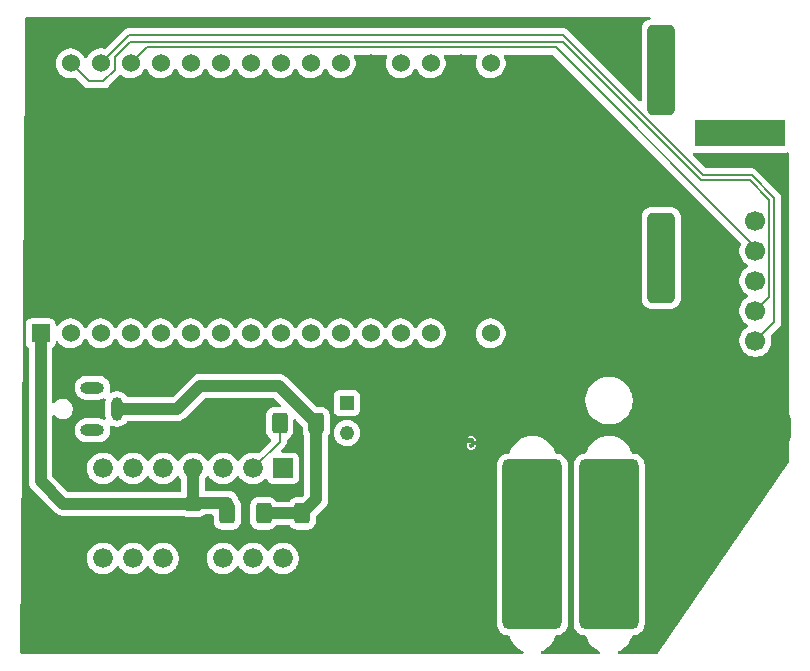
<source format=gbr>
%TF.GenerationSoftware,KiCad,Pcbnew,9.0.6*%
%TF.CreationDate,2025-12-02T12:48:08-05:00*%
%TF.ProjectId,ControlBoard,436f6e74-726f-46c4-926f-6172642e6b69,rev?*%
%TF.SameCoordinates,Original*%
%TF.FileFunction,Copper,L2,Bot*%
%TF.FilePolarity,Positive*%
%FSLAX46Y46*%
G04 Gerber Fmt 4.6, Leading zero omitted, Abs format (unit mm)*
G04 Created by KiCad (PCBNEW 9.0.6) date 2025-12-02 12:48:08*
%MOMM*%
%LPD*%
G01*
G04 APERTURE LIST*
G04 Aperture macros list*
%AMRoundRect*
0 Rectangle with rounded corners*
0 $1 Rounding radius*
0 $2 $3 $4 $5 $6 $7 $8 $9 X,Y pos of 4 corners*
0 Add a 4 corners polygon primitive as box body*
4,1,4,$2,$3,$4,$5,$6,$7,$8,$9,$2,$3,0*
0 Add four circle primitives for the rounded corners*
1,1,$1+$1,$2,$3*
1,1,$1+$1,$4,$5*
1,1,$1+$1,$6,$7*
1,1,$1+$1,$8,$9*
0 Add four rect primitives between the rounded corners*
20,1,$1+$1,$2,$3,$4,$5,0*
20,1,$1+$1,$4,$5,$6,$7,0*
20,1,$1+$1,$6,$7,$8,$9,0*
20,1,$1+$1,$8,$9,$2,$3,0*%
G04 Aperture macros list end*
%ADD10C,0.150000*%
%TA.AperFunction,ComponentPad*%
%ADD11RoundRect,0.345000X-0.805000X3.455000X-0.805000X-3.455000X0.805000X-3.455000X0.805000X3.455000X0*%
%TD*%
%TA.AperFunction,ComponentPad*%
%ADD12RoundRect,0.345000X0.805000X-3.455000X0.805000X3.455000X-0.805000X3.455000X-0.805000X-3.455000X0*%
%TD*%
%TA.AperFunction,ComponentPad*%
%ADD13RoundRect,0.500000X-2.000000X4.500000X-2.000000X-4.500000X2.000000X-4.500000X2.000000X4.500000X0*%
%TD*%
%TA.AperFunction,ComponentPad*%
%ADD14RoundRect,0.500000X-4.500000X-2.000000X4.500000X-2.000000X4.500000X2.000000X-4.500000X2.000000X0*%
%TD*%
%TA.AperFunction,ComponentPad*%
%ADD15RoundRect,0.500000X2.000000X-4.500000X2.000000X4.500000X-2.000000X4.500000X-2.000000X-4.500000X0*%
%TD*%
%TA.AperFunction,ComponentPad*%
%ADD16R,7.600000X2.300000*%
%TD*%
%TA.AperFunction,ComponentPad*%
%ADD17C,1.700000*%
%TD*%
%TA.AperFunction,ComponentPad*%
%ADD18RoundRect,0.345000X-3.455000X-0.805000X3.455000X-0.805000X3.455000X0.805000X-3.455000X0.805000X0*%
%TD*%
%TA.AperFunction,ComponentPad*%
%ADD19RoundRect,0.345000X3.455000X0.805000X-3.455000X0.805000X-3.455000X-0.805000X3.455000X-0.805000X0*%
%TD*%
%TA.AperFunction,ComponentPad*%
%ADD20R,1.217000X1.217000*%
%TD*%
%TA.AperFunction,ComponentPad*%
%ADD21C,1.217000*%
%TD*%
%TA.AperFunction,ComponentPad*%
%ADD22O,1.008000X2.016000*%
%TD*%
%TA.AperFunction,ComponentPad*%
%ADD23O,2.016000X1.008000*%
%TD*%
%TA.AperFunction,ComponentPad*%
%ADD24R,1.676400X1.676400*%
%TD*%
%TA.AperFunction,ComponentPad*%
%ADD25C,1.676400*%
%TD*%
%TA.AperFunction,ComponentPad*%
%ADD26R,1.524000X1.524000*%
%TD*%
%TA.AperFunction,ComponentPad*%
%ADD27C,1.524000*%
%TD*%
%TA.AperFunction,SMDPad,CuDef*%
%ADD28RoundRect,0.250000X0.475000X-0.337500X0.475000X0.337500X-0.475000X0.337500X-0.475000X-0.337500X0*%
%TD*%
%TA.AperFunction,SMDPad,CuDef*%
%ADD29RoundRect,0.250000X-0.400000X-0.625000X0.400000X-0.625000X0.400000X0.625000X-0.400000X0.625000X0*%
%TD*%
%TA.AperFunction,Conductor*%
%ADD30C,1.000000*%
%TD*%
%TA.AperFunction,Conductor*%
%ADD31C,0.200000*%
%TD*%
G04 APERTURE END LIST*
D10*
G36*
X151206950Y-112135930D02*
G01*
X150215681Y-112135930D01*
X150215681Y-111521247D01*
X150326792Y-111521247D01*
X150326792Y-111854580D01*
X150328233Y-111869212D01*
X150332150Y-111878668D01*
X150339431Y-111896247D01*
X150348758Y-111907612D01*
X150396377Y-111955232D01*
X150407743Y-111964560D01*
X150410231Y-111965590D01*
X150412268Y-111967357D01*
X150425694Y-111973351D01*
X150568550Y-112020970D01*
X150575805Y-112022619D01*
X150577636Y-112023378D01*
X150580289Y-112023639D01*
X150582887Y-112024230D01*
X150584861Y-112024089D01*
X150592268Y-112024819D01*
X150687506Y-112024819D01*
X150694911Y-112024089D01*
X150696886Y-112024230D01*
X150699483Y-112023639D01*
X150702138Y-112023378D01*
X150703969Y-112022619D01*
X150711223Y-112020970D01*
X150854080Y-111973351D01*
X150867505Y-111967357D01*
X150869540Y-111965591D01*
X150872031Y-111964560D01*
X150883396Y-111955233D01*
X150978635Y-111859993D01*
X150983352Y-111854244D01*
X150984851Y-111852945D01*
X150986272Y-111850686D01*
X150987962Y-111848628D01*
X150988719Y-111846798D01*
X150992683Y-111840502D01*
X151040302Y-111745264D01*
X151040711Y-111744194D01*
X151041034Y-111743759D01*
X151043226Y-111737622D01*
X151045557Y-111731533D01*
X151045595Y-111730992D01*
X151045981Y-111729913D01*
X151093600Y-111539437D01*
X151093975Y-111536900D01*
X151094398Y-111535879D01*
X151094940Y-111530366D01*
X151095750Y-111524893D01*
X151095587Y-111523800D01*
X151095839Y-111521247D01*
X151095839Y-111378390D01*
X151095587Y-111375836D01*
X151095750Y-111374744D01*
X151094940Y-111369270D01*
X151094398Y-111363758D01*
X151093975Y-111362736D01*
X151093600Y-111360200D01*
X151045981Y-111169724D01*
X151045595Y-111168644D01*
X151045557Y-111168104D01*
X151043226Y-111162014D01*
X151041034Y-111155878D01*
X151040711Y-111155442D01*
X151040302Y-111154373D01*
X150992683Y-111059135D01*
X150988720Y-111052840D01*
X150987962Y-111051008D01*
X150986270Y-111048946D01*
X150984851Y-111046692D01*
X150983354Y-111045393D01*
X150978634Y-111039643D01*
X150883396Y-110944405D01*
X150872031Y-110935078D01*
X150869540Y-110934046D01*
X150867505Y-110932281D01*
X150854080Y-110926287D01*
X150711223Y-110878668D01*
X150703969Y-110877018D01*
X150702138Y-110876260D01*
X150699483Y-110875998D01*
X150696886Y-110875408D01*
X150694911Y-110875548D01*
X150687506Y-110874819D01*
X150544649Y-110874819D01*
X150530017Y-110876260D01*
X150527528Y-110877290D01*
X150524839Y-110877482D01*
X150511108Y-110882737D01*
X150415870Y-110930356D01*
X150403427Y-110938188D01*
X150384254Y-110960296D01*
X150375000Y-110988057D01*
X150377074Y-111017247D01*
X150390161Y-111043422D01*
X150412269Y-111062595D01*
X150440030Y-111071849D01*
X150469220Y-111069775D01*
X150482952Y-111064520D01*
X150562354Y-111024819D01*
X150675336Y-111024819D01*
X150789849Y-111062990D01*
X150863962Y-111137103D01*
X150902455Y-111214090D01*
X150945839Y-111387624D01*
X150945839Y-111512013D01*
X150902455Y-111685547D01*
X150863961Y-111762534D01*
X150789849Y-111836647D01*
X150675336Y-111874819D01*
X150604438Y-111874819D01*
X150489925Y-111836648D01*
X150476792Y-111823514D01*
X150476792Y-111596247D01*
X150592268Y-111596247D01*
X150606900Y-111594806D01*
X150633936Y-111583607D01*
X150654628Y-111562915D01*
X150665827Y-111535879D01*
X150665827Y-111506615D01*
X150654628Y-111479579D01*
X150633936Y-111458887D01*
X150606900Y-111447688D01*
X150592268Y-111446247D01*
X150401792Y-111446247D01*
X150387160Y-111447688D01*
X150360124Y-111458887D01*
X150339432Y-111479579D01*
X150328233Y-111506615D01*
X150326792Y-111521247D01*
X150215681Y-111521247D01*
X150215681Y-110763708D01*
X151206950Y-110763708D01*
X151206950Y-112135930D01*
G37*
D11*
%TO.P,U2,2,2*%
%TO.N,+5V*%
X166730000Y-79920000D03*
D12*
X166730000Y-79920000D03*
D11*
%TO.P,U2,1,1*%
%TO.N,Net-(B1-+Vout)*%
X166730000Y-95820000D03*
D12*
X166730000Y-95820000D03*
%TD*%
D13*
%TO.P,B1,1,+Vin*%
%TO.N,/USBC+*%
X155830000Y-117860000D03*
%TO.P,B1,2,-Vin*%
%TO.N,/USBC-*%
X162330000Y-117860000D03*
D14*
%TO.P,B1,4,-Vout*%
%TO.N,GND*%
X150830000Y-107860000D03*
%TD*%
D15*
%TO.P,J1,1,Pin_1*%
%TO.N,/USBC+*%
X155830000Y-122255000D03*
%TO.P,J1,2,Pin_2*%
%TO.N,/USBC-*%
X162330000Y-122255000D03*
%TD*%
D16*
%TO.P,J3,1,Pin_1*%
%TO.N,+5V*%
X173420000Y-85240000D03*
X173420000Y-85240000D03*
D17*
%TO.P,J3,2,Pin_2*%
%TO.N,unconnected-(J3-Pin_2-Pad2)*%
X174720000Y-92660000D03*
%TO.P,J3,3,Pin_3*%
%TO.N,/nShoutRecive*%
X174720000Y-95200000D03*
%TO.P,J3,4,Pin_4*%
%TO.N,+3.3V*%
X174720000Y-97740000D03*
%TO.P,J3,5,Pin_5*%
%TO.N,/ESP32_UART_TX*%
X174720000Y-100280000D03*
%TO.P,J3,6,Pin_6*%
%TO.N,/ESP32_UART_RX*%
X174720000Y-102820000D03*
D18*
%TO.P,J3,7,Pin_7*%
%TO.N,GND*%
X173920000Y-110240000D03*
D19*
X173920000Y-110240000D03*
%TD*%
D20*
%TO.P,RV1,1,1*%
%TO.N,Net-(U1-NEG1)*%
X140125000Y-108080000D03*
D21*
%TO.P,RV1,2,2*%
%TO.N,/To ESP32 ADC*%
X140125000Y-110620000D03*
%TO.P,RV1,3,3*%
%TO.N,GND*%
X140125000Y-113160000D03*
%TD*%
D22*
%TO.P,J4,1*%
%TO.N,+1.65V*%
X120680000Y-108590000D03*
D23*
%TO.P,J4,2*%
%TO.N,unconnected-(J4-Pad2)*%
X118580000Y-110390000D03*
%TO.P,J4,3*%
%TO.N,Net-(U1-POS1)*%
X118580000Y-106790000D03*
%TD*%
D24*
%TO.P,U1,1,OUT1*%
%TO.N,/To ESP32 ADC*%
X134715000Y-113615000D03*
D25*
%TO.P,U1,2,NEG1*%
%TO.N,Net-(U1-NEG1)*%
X132175000Y-113615000D03*
%TO.P,U1,3,POS1*%
%TO.N,Net-(U1-POS1)*%
X129635000Y-113615000D03*
%TO.P,U1,4,V+*%
%TO.N,+3.3V*%
X127095000Y-113615000D03*
%TO.P,U1,5,POS2*%
%TO.N,unconnected-(U1-POS2-Pad5)*%
X124555000Y-113615000D03*
%TO.P,U1,6,NEG2*%
%TO.N,unconnected-(U1-NEG2-Pad6)*%
X122015000Y-113615000D03*
%TO.P,U1,7,OUT2*%
%TO.N,unconnected-(U1-OUT2-Pad7)*%
X119475000Y-113615000D03*
%TO.P,U1,8,OUT3*%
%TO.N,unconnected-(U1-OUT3-Pad8)*%
X119475000Y-121235000D03*
%TO.P,U1,9,NEG3*%
%TO.N,unconnected-(U1-NEG3-Pad9)*%
X122015000Y-121235000D03*
%TO.P,U1,10,POS3*%
%TO.N,unconnected-(U1-POS3-Pad10)*%
X124555000Y-121235000D03*
%TO.P,U1,11,V-*%
%TO.N,GND*%
X127095000Y-121235000D03*
%TO.P,U1,12,POS4*%
%TO.N,unconnected-(U1-POS4-Pad12)*%
X129635000Y-121235000D03*
%TO.P,U1,13,NEG4*%
%TO.N,unconnected-(U1-NEG4-Pad13)*%
X132175000Y-121235000D03*
%TO.P,U1,14,OUT4*%
%TO.N,unconnected-(U1-OUT4-Pad14)*%
X134715000Y-121235000D03*
%TD*%
D26*
%TO.P,U3,J1_1,ESP_3V3*%
%TO.N,+3.3V*%
X114200000Y-102185000D03*
D27*
%TO.P,U3,J1_2,CHIP_PU*%
%TO.N,unconnected-(U3-CHIP_PU-PadJ1_2)*%
X116740000Y-102185000D03*
%TO.P,U3,J1_3,GPIO4*%
%TO.N,unconnected-(U3-GPIO4-PadJ1_3)*%
X119280000Y-102185000D03*
%TO.P,U3,J1_4,GPIO5*%
%TO.N,unconnected-(U3-GPIO5-PadJ1_4)*%
X121820000Y-102185000D03*
%TO.P,U3,J1_5,GPIO6*%
%TO.N,unconnected-(U3-GPIO6-PadJ1_5)*%
X124360000Y-102185000D03*
%TO.P,U3,J1_6,GPIO7*%
%TO.N,unconnected-(U3-GPIO7-PadJ1_6)*%
X126900000Y-102185000D03*
%TO.P,U3,J1_7,GPIO0*%
%TO.N,unconnected-(U3-GPIO0-PadJ1_7)*%
X129440000Y-102185000D03*
%TO.P,U3,J1_8,GPIO1*%
%TO.N,unconnected-(U3-GPIO1-PadJ1_8)*%
X131980000Y-102185000D03*
%TO.P,U3,J1_9,GPIO8*%
%TO.N,unconnected-(U3-GPIO8-PadJ1_9)*%
X134520000Y-102185000D03*
%TO.P,U3,J1_10,GPIO10*%
%TO.N,unconnected-(U3-GPIO10-PadJ1_10)*%
X137060000Y-102185000D03*
%TO.P,U3,J1_11,GPIO11*%
%TO.N,unconnected-(U3-GPIO11-PadJ1_11)*%
X139600000Y-102185000D03*
%TO.P,U3,J1_12,GPIO2*%
%TO.N,/To ESP32 ADC*%
X142140000Y-102185000D03*
%TO.P,U3,J1_13,GPIO3*%
%TO.N,unconnected-(U3-GPIO3-PadJ1_13)*%
X144680000Y-102185000D03*
%TO.P,U3,J1_14,VCC_5V*%
%TO.N,+5V*%
X147220000Y-102185000D03*
%TO.P,U3,J1_15,GND_J1_15*%
%TO.N,GND*%
X149760000Y-102185000D03*
%TO.P,U3,J1_16,NC_J1_16*%
%TO.N,unconnected-(U3-NC_J1_16-PadJ1_16)*%
X152300000Y-102185000D03*
%TO.P,U3,J3_1,GND_J3_1*%
%TO.N,GND*%
X114200000Y-79325000D03*
%TO.P,U3,J3_2,UART_TXD*%
%TO.N,/ESP32_UART_TX*%
X116740000Y-79325000D03*
%TO.P,U3,J3_3,UART_RXD*%
%TO.N,/ESP32_UART_RX*%
X119280000Y-79325000D03*
%TO.P,U3,J3_4,GPIO15*%
%TO.N,/nShoutRecive*%
X121820000Y-79325000D03*
%TO.P,U3,J3_5,GPIO23*%
%TO.N,unconnected-(U3-GPIO23-PadJ3_5)*%
X124360000Y-79325000D03*
%TO.P,U3,J3_6,GPIO22*%
%TO.N,unconnected-(U3-GPIO22-PadJ3_6)*%
X126900000Y-79325000D03*
%TO.P,U3,J3_7,GPIO21*%
%TO.N,unconnected-(U3-GPIO21-PadJ3_7)*%
X129440000Y-79325000D03*
%TO.P,U3,J3_8,GPIO20*%
%TO.N,unconnected-(U3-GPIO20-PadJ3_8)*%
X131980000Y-79325000D03*
%TO.P,U3,J3_9,GPIO19*%
%TO.N,unconnected-(U3-GPIO19-PadJ3_9)*%
X134520000Y-79325000D03*
%TO.P,U3,J3_10,GPIO18*%
%TO.N,unconnected-(U3-GPIO18-PadJ3_10)*%
X137060000Y-79325000D03*
%TO.P,U3,J3_11,GPIO9*%
%TO.N,unconnected-(U3-GPIO9-PadJ3_11)*%
X139600000Y-79325000D03*
%TO.P,U3,J3_12,GND_J3_12*%
%TO.N,GND*%
X142140000Y-79325000D03*
%TO.P,U3,J3_13,GPIO13*%
%TO.N,unconnected-(U3-GPIO13-PadJ3_13)*%
X144680000Y-79325000D03*
%TO.P,U3,J3_14,GPIO12*%
%TO.N,unconnected-(U3-GPIO12-PadJ3_14)*%
X147220000Y-79325000D03*
%TO.P,U3,J3_15,GND_J3_15*%
%TO.N,GND*%
X149760000Y-79325000D03*
%TO.P,U3,J3_16,NC_J3_16*%
%TO.N,unconnected-(U3-NC_J3_16-PadJ3_16)*%
X152300000Y-79325000D03*
%TD*%
D28*
%TO.P,C1,1*%
%TO.N,GND*%
X127095000Y-118695000D03*
%TO.P,C1,2*%
%TO.N,+3.3V*%
X127095000Y-116620000D03*
%TD*%
D29*
%TO.P,R2,1*%
%TO.N,+1.65V*%
X136340000Y-117425000D03*
%TO.P,R2,2*%
%TO.N,GND*%
X139440000Y-117425000D03*
%TD*%
%TO.P,R3,1*%
%TO.N,Net-(U1-NEG1)*%
X134435000Y-109805000D03*
%TO.P,R3,2*%
%TO.N,+1.65V*%
X137535000Y-109805000D03*
%TD*%
%TO.P,R1,1*%
%TO.N,+3.3V*%
X129990000Y-117425000D03*
%TO.P,R1,2*%
%TO.N,+1.65V*%
X133090000Y-117425000D03*
%TD*%
D30*
%TO.N,+3.3V*%
X129990000Y-116510000D02*
X127095000Y-116510000D01*
X127095000Y-116510000D02*
X127095000Y-113615000D01*
D31*
%TO.N,/ESP32_UART_TX*%
X121810000Y-77500000D02*
X158434314Y-77500000D01*
X116740000Y-79325000D02*
X118265000Y-80850000D01*
X120510000Y-78800000D02*
X121810000Y-77500000D01*
%TO.N,/ESP32_UART_RX*%
X158450000Y-76950000D02*
X170320000Y-88820000D01*
%TO.N,/ESP32_UART_TX*%
X170154314Y-89220000D02*
X174230000Y-89220000D01*
%TO.N,/ESP32_UART_RX*%
X176320000Y-90744315D02*
X176320000Y-101220000D01*
X121655000Y-76950000D02*
X158450000Y-76950000D01*
%TO.N,/ESP32_UART_TX*%
X120510000Y-79860000D02*
X120510000Y-78800000D01*
X119520000Y-80850000D02*
X120510000Y-79860000D01*
%TO.N,/ESP32_UART_RX*%
X174395686Y-88820000D02*
X176320000Y-90744315D01*
%TO.N,/ESP32_UART_TX*%
X174230000Y-89220000D02*
X175871000Y-90861000D01*
%TO.N,/ESP32_UART_RX*%
X119280000Y-79325000D02*
X121655000Y-76950000D01*
X170320000Y-88820000D02*
X174395686Y-88820000D01*
%TO.N,/ESP32_UART_TX*%
X118265000Y-80850000D02*
X119520000Y-80850000D01*
%TO.N,/ESP32_UART_RX*%
X176320000Y-101220000D02*
X174720000Y-102820000D01*
%TO.N,/ESP32_UART_TX*%
X158434314Y-77500000D02*
X170154314Y-89220000D01*
X175871000Y-90861000D02*
X175871000Y-99129000D01*
X175871000Y-99129000D02*
X174720000Y-100280000D01*
%TO.N,/nShoutRecive*%
X174720000Y-95200000D02*
X174720000Y-94900000D01*
X174720000Y-94900000D02*
X157800000Y-77980000D01*
X157800000Y-77980000D02*
X123165000Y-77980000D01*
X123165000Y-77980000D02*
X121820000Y-79325000D01*
D30*
%TO.N,+1.65V*%
X120680000Y-108590000D02*
X125770000Y-108590000D01*
X134360000Y-106630000D02*
X137535000Y-109805000D01*
X125770000Y-108590000D02*
X127730000Y-106630000D01*
X127730000Y-106630000D02*
X134360000Y-106630000D01*
%TO.N,+3.3V*%
X127095000Y-116620000D02*
X127095000Y-113615000D01*
X114200000Y-114690000D02*
X116130000Y-116620000D01*
X114200000Y-102185000D02*
X114200000Y-109805000D01*
X114200000Y-109805000D02*
X114200000Y-114690000D01*
D31*
X129990000Y-117425000D02*
X129990000Y-116510000D01*
D30*
X116130000Y-116620000D02*
X127095000Y-116620000D01*
%TO.N,GND*%
X127095000Y-118695000D02*
X127095000Y-121235000D01*
D31*
%TO.N,+1.65V*%
X136265000Y-117350000D02*
X136340000Y-117425000D01*
D30*
X137535000Y-109805000D02*
X137535000Y-116230000D01*
X137535000Y-116230000D02*
X136340000Y-117425000D01*
X133090000Y-117425000D02*
X136340000Y-117425000D01*
D31*
%TO.N,Net-(U1-NEG1)*%
X134435000Y-109805000D02*
X134435000Y-111355000D01*
X134435000Y-111355000D02*
X132175000Y-113615000D01*
%TD*%
%TA.AperFunction,Conductor*%
%TO.N,GND*%
G36*
X165796893Y-75410185D02*
G01*
X165842648Y-75462989D01*
X165852592Y-75532147D01*
X165823567Y-75595703D01*
X165764789Y-75633477D01*
X165759792Y-75634831D01*
X165631713Y-75666684D01*
X165631711Y-75666684D01*
X165631710Y-75666685D01*
X165466959Y-75748393D01*
X165323616Y-75863616D01*
X165208393Y-76006959D01*
X165126685Y-76171710D01*
X165126684Y-76171712D01*
X165082300Y-76350179D01*
X165079500Y-76391476D01*
X165079500Y-82430903D01*
X165059815Y-82497942D01*
X165007011Y-82543697D01*
X164937853Y-82553641D01*
X164874297Y-82524616D01*
X164867819Y-82518584D01*
X158937590Y-76588355D01*
X158937588Y-76588352D01*
X158818717Y-76469481D01*
X158818716Y-76469480D01*
X158731904Y-76419360D01*
X158731904Y-76419359D01*
X158731900Y-76419358D01*
X158681785Y-76390423D01*
X158529057Y-76349499D01*
X158370943Y-76349499D01*
X158363347Y-76349499D01*
X158363331Y-76349500D01*
X121734057Y-76349500D01*
X121575942Y-76349500D01*
X121423215Y-76390423D01*
X121423214Y-76390423D01*
X121423212Y-76390424D01*
X121423209Y-76390425D01*
X121373096Y-76419359D01*
X121373095Y-76419360D01*
X121329689Y-76444420D01*
X121286285Y-76469479D01*
X121286282Y-76469481D01*
X121174478Y-76581286D01*
X119694526Y-78061237D01*
X119633203Y-78094722D01*
X119580478Y-78094158D01*
X119580448Y-78094349D01*
X119579156Y-78094144D01*
X119577903Y-78094131D01*
X119575636Y-78093586D01*
X119406196Y-78066750D01*
X119379361Y-78062500D01*
X119180639Y-78062500D01*
X119115214Y-78072862D01*
X118984362Y-78093587D01*
X118795370Y-78154993D01*
X118795367Y-78154994D01*
X118618305Y-78245213D01*
X118457533Y-78362021D01*
X118317021Y-78502533D01*
X118200213Y-78663305D01*
X118120485Y-78819780D01*
X118072510Y-78870576D01*
X118004689Y-78887371D01*
X117938554Y-78864833D01*
X117899515Y-78819780D01*
X117849768Y-78722147D01*
X117819787Y-78663306D01*
X117702981Y-78502536D01*
X117562464Y-78362019D01*
X117401694Y-78245213D01*
X117224632Y-78154994D01*
X117224629Y-78154993D01*
X117035637Y-78093587D01*
X116937498Y-78078043D01*
X116839361Y-78062500D01*
X116640639Y-78062500D01*
X116575214Y-78072862D01*
X116444362Y-78093587D01*
X116255370Y-78154993D01*
X116255367Y-78154994D01*
X116078305Y-78245213D01*
X115917533Y-78362021D01*
X115777021Y-78502533D01*
X115660213Y-78663305D01*
X115569994Y-78840367D01*
X115569993Y-78840370D01*
X115508587Y-79029362D01*
X115477500Y-79225639D01*
X115477500Y-79424360D01*
X115508587Y-79620637D01*
X115569993Y-79809629D01*
X115569994Y-79809632D01*
X115660213Y-79986694D01*
X115777019Y-80147464D01*
X115917536Y-80287981D01*
X116078306Y-80404787D01*
X116165149Y-80449035D01*
X116255367Y-80495005D01*
X116255370Y-80495006D01*
X116349866Y-80525709D01*
X116444364Y-80556413D01*
X116640639Y-80587500D01*
X116640640Y-80587500D01*
X116839360Y-80587500D01*
X116839361Y-80587500D01*
X117035636Y-80556413D01*
X117035646Y-80556409D01*
X117037891Y-80555871D01*
X117038778Y-80555915D01*
X117040448Y-80555651D01*
X117040503Y-80556001D01*
X117107674Y-80559357D01*
X117154526Y-80588761D01*
X117896284Y-81330520D01*
X117896286Y-81330521D01*
X117896290Y-81330524D01*
X118033209Y-81409573D01*
X118033216Y-81409577D01*
X118185943Y-81450501D01*
X118185945Y-81450501D01*
X118351654Y-81450501D01*
X118351670Y-81450500D01*
X119433331Y-81450500D01*
X119433347Y-81450501D01*
X119440943Y-81450501D01*
X119599054Y-81450501D01*
X119599057Y-81450501D01*
X119751785Y-81409577D01*
X119801904Y-81380639D01*
X119888716Y-81330520D01*
X120000520Y-81218716D01*
X120000520Y-81218714D01*
X120010728Y-81208507D01*
X120010730Y-81208504D01*
X120878713Y-80340521D01*
X120878716Y-80340520D01*
X120884270Y-80334965D01*
X120920355Y-80315265D01*
X120945579Y-80301492D01*
X120945585Y-80301492D01*
X120945594Y-80301488D01*
X120984871Y-80304300D01*
X121015271Y-80306474D01*
X121015279Y-80306478D01*
X121015286Y-80306479D01*
X121015300Y-80306489D01*
X121044822Y-80322336D01*
X121158306Y-80404787D01*
X121245149Y-80449035D01*
X121335367Y-80495005D01*
X121335370Y-80495006D01*
X121429866Y-80525709D01*
X121524364Y-80556413D01*
X121720639Y-80587500D01*
X121720640Y-80587500D01*
X121919360Y-80587500D01*
X121919361Y-80587500D01*
X122115636Y-80556413D01*
X122304632Y-80495005D01*
X122481694Y-80404787D01*
X122642464Y-80287981D01*
X122782981Y-80147464D01*
X122899787Y-79986694D01*
X122979515Y-79830218D01*
X123027490Y-79779423D01*
X123095311Y-79762628D01*
X123161446Y-79785165D01*
X123200484Y-79830218D01*
X123280213Y-79986694D01*
X123397019Y-80147464D01*
X123537536Y-80287981D01*
X123698306Y-80404787D01*
X123785149Y-80449035D01*
X123875367Y-80495005D01*
X123875370Y-80495006D01*
X123969866Y-80525709D01*
X124064364Y-80556413D01*
X124260639Y-80587500D01*
X124260640Y-80587500D01*
X124459360Y-80587500D01*
X124459361Y-80587500D01*
X124655636Y-80556413D01*
X124844632Y-80495005D01*
X125021694Y-80404787D01*
X125182464Y-80287981D01*
X125322981Y-80147464D01*
X125439787Y-79986694D01*
X125519515Y-79830218D01*
X125567490Y-79779423D01*
X125635311Y-79762628D01*
X125701446Y-79785165D01*
X125740484Y-79830218D01*
X125820213Y-79986694D01*
X125937019Y-80147464D01*
X126077536Y-80287981D01*
X126238306Y-80404787D01*
X126325149Y-80449035D01*
X126415367Y-80495005D01*
X126415370Y-80495006D01*
X126509866Y-80525709D01*
X126604364Y-80556413D01*
X126800639Y-80587500D01*
X126800640Y-80587500D01*
X126999360Y-80587500D01*
X126999361Y-80587500D01*
X127195636Y-80556413D01*
X127384632Y-80495005D01*
X127561694Y-80404787D01*
X127722464Y-80287981D01*
X127862981Y-80147464D01*
X127979787Y-79986694D01*
X128059515Y-79830218D01*
X128107490Y-79779423D01*
X128175311Y-79762628D01*
X128241446Y-79785165D01*
X128280484Y-79830218D01*
X128360213Y-79986694D01*
X128477019Y-80147464D01*
X128617536Y-80287981D01*
X128778306Y-80404787D01*
X128865149Y-80449035D01*
X128955367Y-80495005D01*
X128955370Y-80495006D01*
X129049866Y-80525709D01*
X129144364Y-80556413D01*
X129340639Y-80587500D01*
X129340640Y-80587500D01*
X129539360Y-80587500D01*
X129539361Y-80587500D01*
X129735636Y-80556413D01*
X129924632Y-80495005D01*
X130101694Y-80404787D01*
X130262464Y-80287981D01*
X130402981Y-80147464D01*
X130519787Y-79986694D01*
X130599515Y-79830218D01*
X130647490Y-79779423D01*
X130715311Y-79762628D01*
X130781446Y-79785165D01*
X130820484Y-79830218D01*
X130900213Y-79986694D01*
X131017019Y-80147464D01*
X131157536Y-80287981D01*
X131318306Y-80404787D01*
X131405149Y-80449035D01*
X131495367Y-80495005D01*
X131495370Y-80495006D01*
X131589866Y-80525709D01*
X131684364Y-80556413D01*
X131880639Y-80587500D01*
X131880640Y-80587500D01*
X132079360Y-80587500D01*
X132079361Y-80587500D01*
X132275636Y-80556413D01*
X132464632Y-80495005D01*
X132641694Y-80404787D01*
X132802464Y-80287981D01*
X132942981Y-80147464D01*
X133059787Y-79986694D01*
X133139515Y-79830218D01*
X133187490Y-79779423D01*
X133255311Y-79762628D01*
X133321446Y-79785165D01*
X133360484Y-79830218D01*
X133440213Y-79986694D01*
X133557019Y-80147464D01*
X133697536Y-80287981D01*
X133858306Y-80404787D01*
X133945149Y-80449035D01*
X134035367Y-80495005D01*
X134035370Y-80495006D01*
X134129866Y-80525709D01*
X134224364Y-80556413D01*
X134420639Y-80587500D01*
X134420640Y-80587500D01*
X134619360Y-80587500D01*
X134619361Y-80587500D01*
X134815636Y-80556413D01*
X135004632Y-80495005D01*
X135181694Y-80404787D01*
X135342464Y-80287981D01*
X135482981Y-80147464D01*
X135599787Y-79986694D01*
X135679515Y-79830218D01*
X135727490Y-79779423D01*
X135795311Y-79762628D01*
X135861446Y-79785165D01*
X135900484Y-79830218D01*
X135980213Y-79986694D01*
X136097019Y-80147464D01*
X136237536Y-80287981D01*
X136398306Y-80404787D01*
X136485149Y-80449035D01*
X136575367Y-80495005D01*
X136575370Y-80495006D01*
X136669866Y-80525709D01*
X136764364Y-80556413D01*
X136960639Y-80587500D01*
X136960640Y-80587500D01*
X137159360Y-80587500D01*
X137159361Y-80587500D01*
X137355636Y-80556413D01*
X137544632Y-80495005D01*
X137721694Y-80404787D01*
X137882464Y-80287981D01*
X138022981Y-80147464D01*
X138139787Y-79986694D01*
X138219515Y-79830218D01*
X138267490Y-79779423D01*
X138335311Y-79762628D01*
X138401446Y-79785165D01*
X138440484Y-79830218D01*
X138520213Y-79986694D01*
X138637019Y-80147464D01*
X138777536Y-80287981D01*
X138938306Y-80404787D01*
X139025149Y-80449035D01*
X139115367Y-80495005D01*
X139115370Y-80495006D01*
X139209866Y-80525709D01*
X139304364Y-80556413D01*
X139500639Y-80587500D01*
X139500640Y-80587500D01*
X139699360Y-80587500D01*
X139699361Y-80587500D01*
X139895636Y-80556413D01*
X140084632Y-80495005D01*
X140261694Y-80404787D01*
X140422464Y-80287981D01*
X140562981Y-80147464D01*
X140679787Y-79986694D01*
X140770005Y-79809632D01*
X140831413Y-79620636D01*
X140862500Y-79424361D01*
X140862500Y-79225639D01*
X140831413Y-79029364D01*
X140770005Y-78840368D01*
X140770003Y-78840362D01*
X140729461Y-78760796D01*
X140716564Y-78692126D01*
X140742840Y-78627386D01*
X140799946Y-78587128D01*
X140839945Y-78580500D01*
X143440055Y-78580500D01*
X143507094Y-78600185D01*
X143552849Y-78652989D01*
X143562793Y-78722147D01*
X143550539Y-78760796D01*
X143509996Y-78840362D01*
X143509993Y-78840370D01*
X143448587Y-79029362D01*
X143417500Y-79225639D01*
X143417500Y-79424360D01*
X143448587Y-79620637D01*
X143509993Y-79809629D01*
X143509994Y-79809632D01*
X143600213Y-79986694D01*
X143717019Y-80147464D01*
X143857536Y-80287981D01*
X144018306Y-80404787D01*
X144105149Y-80449035D01*
X144195367Y-80495005D01*
X144195370Y-80495006D01*
X144289866Y-80525709D01*
X144384364Y-80556413D01*
X144580639Y-80587500D01*
X144580640Y-80587500D01*
X144779360Y-80587500D01*
X144779361Y-80587500D01*
X144975636Y-80556413D01*
X145164632Y-80495005D01*
X145341694Y-80404787D01*
X145502464Y-80287981D01*
X145642981Y-80147464D01*
X145759787Y-79986694D01*
X145839515Y-79830218D01*
X145887490Y-79779423D01*
X145955311Y-79762628D01*
X146021446Y-79785165D01*
X146060484Y-79830218D01*
X146140213Y-79986694D01*
X146257019Y-80147464D01*
X146397536Y-80287981D01*
X146558306Y-80404787D01*
X146645149Y-80449035D01*
X146735367Y-80495005D01*
X146735370Y-80495006D01*
X146829866Y-80525709D01*
X146924364Y-80556413D01*
X147120639Y-80587500D01*
X147120640Y-80587500D01*
X147319360Y-80587500D01*
X147319361Y-80587500D01*
X147515636Y-80556413D01*
X147704632Y-80495005D01*
X147881694Y-80404787D01*
X148042464Y-80287981D01*
X148182981Y-80147464D01*
X148299787Y-79986694D01*
X148390005Y-79809632D01*
X148451413Y-79620636D01*
X148482500Y-79424361D01*
X148482500Y-79225639D01*
X148451413Y-79029364D01*
X148390005Y-78840368D01*
X148390003Y-78840362D01*
X148349461Y-78760796D01*
X148336564Y-78692126D01*
X148362840Y-78627386D01*
X148419946Y-78587128D01*
X148459945Y-78580500D01*
X151060055Y-78580500D01*
X151127094Y-78600185D01*
X151172849Y-78652989D01*
X151182793Y-78722147D01*
X151170539Y-78760796D01*
X151129996Y-78840362D01*
X151129993Y-78840370D01*
X151068587Y-79029362D01*
X151037500Y-79225639D01*
X151037500Y-79424360D01*
X151068587Y-79620637D01*
X151129993Y-79809629D01*
X151129994Y-79809632D01*
X151220213Y-79986694D01*
X151337019Y-80147464D01*
X151477536Y-80287981D01*
X151638306Y-80404787D01*
X151725149Y-80449035D01*
X151815367Y-80495005D01*
X151815370Y-80495006D01*
X151909866Y-80525709D01*
X152004364Y-80556413D01*
X152200639Y-80587500D01*
X152200640Y-80587500D01*
X152399360Y-80587500D01*
X152399361Y-80587500D01*
X152595636Y-80556413D01*
X152784632Y-80495005D01*
X152961694Y-80404787D01*
X153122464Y-80287981D01*
X153262981Y-80147464D01*
X153379787Y-79986694D01*
X153470005Y-79809632D01*
X153531413Y-79620636D01*
X153562500Y-79424361D01*
X153562500Y-79225639D01*
X153531413Y-79029364D01*
X153470005Y-78840368D01*
X153470003Y-78840362D01*
X153429461Y-78760796D01*
X153416564Y-78692126D01*
X153442840Y-78627386D01*
X153499946Y-78587128D01*
X153539945Y-78580500D01*
X157499903Y-78580500D01*
X157566942Y-78600185D01*
X157587584Y-78616819D01*
X173466815Y-94496050D01*
X173500300Y-94557373D01*
X173495316Y-94627065D01*
X173489620Y-94640023D01*
X173468442Y-94681587D01*
X173468442Y-94681588D01*
X173402753Y-94883759D01*
X173369500Y-95093713D01*
X173369500Y-95306286D01*
X173402753Y-95516239D01*
X173468444Y-95718414D01*
X173564951Y-95907820D01*
X173689890Y-96079786D01*
X173840213Y-96230109D01*
X174012182Y-96355050D01*
X174020946Y-96359516D01*
X174071742Y-96407491D01*
X174088536Y-96475312D01*
X174065998Y-96541447D01*
X174020946Y-96580484D01*
X174012182Y-96584949D01*
X173840213Y-96709890D01*
X173689890Y-96860213D01*
X173564951Y-97032179D01*
X173468444Y-97221585D01*
X173402753Y-97423760D01*
X173369500Y-97633713D01*
X173369500Y-97846286D01*
X173402753Y-98056239D01*
X173468444Y-98258414D01*
X173564951Y-98447820D01*
X173689890Y-98619786D01*
X173840213Y-98770109D01*
X174012182Y-98895050D01*
X174020946Y-98899516D01*
X174071742Y-98947491D01*
X174088536Y-99015312D01*
X174065998Y-99081447D01*
X174020946Y-99120484D01*
X174012182Y-99124949D01*
X173840213Y-99249890D01*
X173689890Y-99400213D01*
X173564951Y-99572179D01*
X173468444Y-99761585D01*
X173402753Y-99963760D01*
X173369500Y-100173713D01*
X173369500Y-100386286D01*
X173402753Y-100596239D01*
X173468444Y-100798414D01*
X173564951Y-100987820D01*
X173689890Y-101159786D01*
X173840213Y-101310109D01*
X174012182Y-101435050D01*
X174020946Y-101439516D01*
X174071742Y-101487491D01*
X174088536Y-101555312D01*
X174065998Y-101621447D01*
X174020946Y-101660484D01*
X174012182Y-101664949D01*
X173840213Y-101789890D01*
X173689890Y-101940213D01*
X173564951Y-102112179D01*
X173468444Y-102301585D01*
X173402753Y-102503760D01*
X173369500Y-102713713D01*
X173369500Y-102926286D01*
X173380363Y-102994876D01*
X173402754Y-103136243D01*
X173457439Y-103304546D01*
X173468444Y-103338414D01*
X173564951Y-103527820D01*
X173689890Y-103699786D01*
X173840213Y-103850109D01*
X174012179Y-103975048D01*
X174012181Y-103975049D01*
X174012184Y-103975051D01*
X174201588Y-104071557D01*
X174403757Y-104137246D01*
X174613713Y-104170500D01*
X174613714Y-104170500D01*
X174826286Y-104170500D01*
X174826287Y-104170500D01*
X175036243Y-104137246D01*
X175238412Y-104071557D01*
X175427816Y-103975051D01*
X175449789Y-103959086D01*
X175599786Y-103850109D01*
X175599788Y-103850106D01*
X175599792Y-103850104D01*
X175750104Y-103699792D01*
X175750106Y-103699788D01*
X175750109Y-103699786D01*
X175875048Y-103527820D01*
X175875047Y-103527820D01*
X175875051Y-103527816D01*
X175971557Y-103338412D01*
X176037246Y-103136243D01*
X176070500Y-102926287D01*
X176070500Y-102713713D01*
X176037246Y-102503757D01*
X176023506Y-102461473D01*
X176021512Y-102391635D01*
X176053755Y-102335478D01*
X176800520Y-101588716D01*
X176879577Y-101451784D01*
X176920501Y-101299057D01*
X176920501Y-101140942D01*
X176920501Y-101133347D01*
X176920500Y-101133329D01*
X176920500Y-90833375D01*
X176920501Y-90833362D01*
X176920501Y-90665259D01*
X176879576Y-90512529D01*
X176879573Y-90512524D01*
X176800524Y-90375605D01*
X176800518Y-90375597D01*
X174883276Y-88458355D01*
X174883274Y-88458352D01*
X174764403Y-88339481D01*
X174764402Y-88339480D01*
X174677590Y-88289360D01*
X174677590Y-88289359D01*
X174677586Y-88289358D01*
X174627471Y-88260423D01*
X174474744Y-88219499D01*
X174316629Y-88219499D01*
X174309033Y-88219499D01*
X174309017Y-88219500D01*
X170620097Y-88219500D01*
X170553058Y-88199815D01*
X170532416Y-88183181D01*
X169448237Y-87099002D01*
X169414752Y-87037679D01*
X169419736Y-86967987D01*
X169461608Y-86912054D01*
X169527072Y-86887637D01*
X169549171Y-86888031D01*
X169572127Y-86890500D01*
X177267872Y-86890499D01*
X177327483Y-86884091D01*
X177422167Y-86848775D01*
X177491858Y-86843792D01*
X177553181Y-86877277D01*
X177586666Y-86938600D01*
X177589500Y-86964958D01*
X177589500Y-113036396D01*
X177569815Y-113103435D01*
X177567755Y-113106538D01*
X166483330Y-129265642D01*
X166429175Y-129309791D01*
X166381075Y-129319500D01*
X163196804Y-129319500D01*
X163129765Y-129299815D01*
X163084010Y-129247011D01*
X163074066Y-129177853D01*
X163103091Y-129114297D01*
X163149351Y-129080939D01*
X163216690Y-129053046D01*
X163216691Y-129053045D01*
X163216697Y-129053043D01*
X163443803Y-128921924D01*
X163651851Y-128762282D01*
X163651855Y-128762277D01*
X163651860Y-128762274D01*
X163837274Y-128576860D01*
X163837277Y-128576855D01*
X163837282Y-128576851D01*
X163996924Y-128368803D01*
X164128043Y-128141697D01*
X164228398Y-127899419D01*
X164242335Y-127847403D01*
X164278701Y-127787744D01*
X164341548Y-127757216D01*
X164362110Y-127755499D01*
X164388028Y-127755499D01*
X164388036Y-127755499D01*
X164507418Y-127744886D01*
X164703049Y-127688909D01*
X164883407Y-127594698D01*
X165041109Y-127466109D01*
X165169698Y-127308407D01*
X165263909Y-127128049D01*
X165319886Y-126932418D01*
X165330500Y-126813037D01*
X165330500Y-122253591D01*
X165330499Y-113301964D01*
X165319886Y-113182582D01*
X165263909Y-112986951D01*
X165169698Y-112806593D01*
X165106371Y-112728928D01*
X165041109Y-112648890D01*
X164883409Y-112520304D01*
X164883410Y-112520304D01*
X164883407Y-112520302D01*
X164703049Y-112426091D01*
X164703048Y-112426090D01*
X164703045Y-112426089D01*
X164585829Y-112392550D01*
X164507418Y-112370114D01*
X164507415Y-112370113D01*
X164507413Y-112370113D01*
X164434631Y-112363642D01*
X164388037Y-112359500D01*
X164388033Y-112359500D01*
X164362109Y-112359500D01*
X164295070Y-112339815D01*
X164249315Y-112287011D01*
X164242334Y-112267593D01*
X164228398Y-112215581D01*
X164223523Y-112203811D01*
X164128046Y-111973309D01*
X164128041Y-111973299D01*
X163996924Y-111746196D01*
X163837281Y-111538148D01*
X163837274Y-111538140D01*
X163651860Y-111352726D01*
X163651851Y-111352718D01*
X163443803Y-111193075D01*
X163216700Y-111061958D01*
X163216690Y-111061953D01*
X162974428Y-110961605D01*
X162974421Y-110961603D01*
X162974419Y-110961602D01*
X162721116Y-110893730D01*
X162662623Y-110886029D01*
X162461127Y-110859500D01*
X162461120Y-110859500D01*
X162198880Y-110859500D01*
X162198872Y-110859500D01*
X161967772Y-110889926D01*
X161938884Y-110893730D01*
X161836383Y-110921195D01*
X161685581Y-110961602D01*
X161685571Y-110961605D01*
X161443309Y-111061953D01*
X161443299Y-111061958D01*
X161216196Y-111193075D01*
X161008148Y-111352718D01*
X160822718Y-111538148D01*
X160663075Y-111746196D01*
X160531958Y-111973299D01*
X160531954Y-111973309D01*
X160431601Y-112215582D01*
X160417663Y-112267597D01*
X160381297Y-112327256D01*
X160318449Y-112357784D01*
X160297893Y-112359500D01*
X160271974Y-112359500D01*
X160271964Y-112359501D01*
X160152584Y-112370113D01*
X159956954Y-112426089D01*
X159872813Y-112470041D01*
X159776593Y-112520302D01*
X159776591Y-112520303D01*
X159776590Y-112520304D01*
X159618890Y-112648890D01*
X159490304Y-112806590D01*
X159396089Y-112986954D01*
X159340114Y-113182583D01*
X159340113Y-113182586D01*
X159340007Y-113183782D01*
X159329540Y-113301520D01*
X159329500Y-113301966D01*
X159329500Y-126813028D01*
X159329501Y-126813034D01*
X159340113Y-126932415D01*
X159396089Y-127128045D01*
X159396090Y-127128048D01*
X159396091Y-127128049D01*
X159490302Y-127308407D01*
X159490304Y-127308409D01*
X159618890Y-127466109D01*
X159712803Y-127542684D01*
X159776593Y-127594698D01*
X159956951Y-127688909D01*
X160152582Y-127744886D01*
X160271963Y-127755500D01*
X160297888Y-127755499D01*
X160364926Y-127775181D01*
X160410683Y-127827984D01*
X160417663Y-127847400D01*
X160431602Y-127899419D01*
X160431603Y-127899423D01*
X160431604Y-127899424D01*
X160431605Y-127899428D01*
X160531953Y-128141690D01*
X160531958Y-128141700D01*
X160663075Y-128368803D01*
X160822718Y-128576851D01*
X160822726Y-128576860D01*
X161008140Y-128762274D01*
X161008148Y-128762281D01*
X161216196Y-128921924D01*
X161443299Y-129053041D01*
X161443309Y-129053046D01*
X161510649Y-129080939D01*
X161565052Y-129124780D01*
X161587117Y-129191074D01*
X161569838Y-129258774D01*
X161518700Y-129306384D01*
X161463196Y-129319500D01*
X156696804Y-129319500D01*
X156629765Y-129299815D01*
X156584010Y-129247011D01*
X156574066Y-129177853D01*
X156603091Y-129114297D01*
X156649351Y-129080939D01*
X156716690Y-129053046D01*
X156716691Y-129053045D01*
X156716697Y-129053043D01*
X156943803Y-128921924D01*
X157151851Y-128762282D01*
X157151855Y-128762277D01*
X157151860Y-128762274D01*
X157337274Y-128576860D01*
X157337277Y-128576855D01*
X157337282Y-128576851D01*
X157496924Y-128368803D01*
X157628043Y-128141697D01*
X157728398Y-127899419D01*
X157742335Y-127847403D01*
X157778701Y-127787744D01*
X157841548Y-127757216D01*
X157862110Y-127755499D01*
X157888028Y-127755499D01*
X157888036Y-127755499D01*
X158007418Y-127744886D01*
X158203049Y-127688909D01*
X158383407Y-127594698D01*
X158541109Y-127466109D01*
X158669698Y-127308407D01*
X158763909Y-127128049D01*
X158819886Y-126932418D01*
X158830500Y-126813037D01*
X158830500Y-122253591D01*
X158830499Y-113301964D01*
X158819886Y-113182582D01*
X158763909Y-112986951D01*
X158669698Y-112806593D01*
X158606371Y-112728928D01*
X158541109Y-112648890D01*
X158383409Y-112520304D01*
X158383410Y-112520304D01*
X158383407Y-112520302D01*
X158203049Y-112426091D01*
X158203048Y-112426090D01*
X158203045Y-112426089D01*
X158085829Y-112392550D01*
X158007418Y-112370114D01*
X158007415Y-112370113D01*
X158007413Y-112370113D01*
X157934631Y-112363642D01*
X157888037Y-112359500D01*
X157888033Y-112359500D01*
X157862109Y-112359500D01*
X157795070Y-112339815D01*
X157749315Y-112287011D01*
X157742334Y-112267593D01*
X157728398Y-112215581D01*
X157723523Y-112203811D01*
X157628046Y-111973309D01*
X157628041Y-111973299D01*
X157496924Y-111746196D01*
X157337281Y-111538148D01*
X157337274Y-111538140D01*
X157151860Y-111352726D01*
X157151851Y-111352718D01*
X156943803Y-111193075D01*
X156716700Y-111061958D01*
X156716690Y-111061953D01*
X156474428Y-110961605D01*
X156474421Y-110961603D01*
X156474419Y-110961602D01*
X156221116Y-110893730D01*
X156162623Y-110886029D01*
X155961127Y-110859500D01*
X155961120Y-110859500D01*
X155698880Y-110859500D01*
X155698872Y-110859500D01*
X155467772Y-110889926D01*
X155438884Y-110893730D01*
X155336383Y-110921195D01*
X155185581Y-110961602D01*
X155185571Y-110961605D01*
X154943309Y-111061953D01*
X154943299Y-111061958D01*
X154716196Y-111193075D01*
X154508148Y-111352718D01*
X154322718Y-111538148D01*
X154163075Y-111746196D01*
X154031958Y-111973299D01*
X154031954Y-111973309D01*
X153931601Y-112215582D01*
X153917663Y-112267597D01*
X153881297Y-112327256D01*
X153818449Y-112357784D01*
X153797893Y-112359500D01*
X153771974Y-112359500D01*
X153771964Y-112359501D01*
X153652584Y-112370113D01*
X153456954Y-112426089D01*
X153372813Y-112470041D01*
X153276593Y-112520302D01*
X153276591Y-112520303D01*
X153276590Y-112520304D01*
X153118890Y-112648890D01*
X152990304Y-112806590D01*
X152896089Y-112986954D01*
X152840114Y-113182583D01*
X152840113Y-113182586D01*
X152840007Y-113183782D01*
X152829540Y-113301520D01*
X152829500Y-113301966D01*
X152829500Y-126813028D01*
X152829501Y-126813034D01*
X152840113Y-126932415D01*
X152896089Y-127128045D01*
X152896090Y-127128048D01*
X152896091Y-127128049D01*
X152990302Y-127308407D01*
X152990304Y-127308409D01*
X153118890Y-127466109D01*
X153212803Y-127542684D01*
X153276593Y-127594698D01*
X153456951Y-127688909D01*
X153652582Y-127744886D01*
X153771963Y-127755500D01*
X153797888Y-127755499D01*
X153864926Y-127775181D01*
X153910683Y-127827984D01*
X153917663Y-127847400D01*
X153931602Y-127899419D01*
X153931603Y-127899423D01*
X153931604Y-127899424D01*
X153931605Y-127899428D01*
X154031953Y-128141690D01*
X154031958Y-128141700D01*
X154163075Y-128368803D01*
X154322718Y-128576851D01*
X154322726Y-128576860D01*
X154508140Y-128762274D01*
X154508148Y-128762281D01*
X154716196Y-128921924D01*
X154943299Y-129053041D01*
X154943309Y-129053046D01*
X155010649Y-129080939D01*
X155065052Y-129124780D01*
X155087117Y-129191074D01*
X155069838Y-129258774D01*
X155018700Y-129306384D01*
X154963196Y-129319500D01*
X112618892Y-129319500D01*
X112551853Y-129299815D01*
X112506098Y-129247011D01*
X112494895Y-129194631D01*
X112495692Y-129080939D01*
X112551422Y-121129636D01*
X118136300Y-121129636D01*
X118136300Y-121340363D01*
X118169262Y-121548480D01*
X118234379Y-121748887D01*
X118330043Y-121936635D01*
X118453890Y-122107099D01*
X118602900Y-122256109D01*
X118762415Y-122372001D01*
X118773368Y-122379959D01*
X118893000Y-122440914D01*
X118961112Y-122475620D01*
X118961114Y-122475620D01*
X118961117Y-122475622D01*
X119068538Y-122510525D01*
X119161519Y-122540737D01*
X119369637Y-122573700D01*
X119369642Y-122573700D01*
X119580363Y-122573700D01*
X119788480Y-122540737D01*
X119988883Y-122475622D01*
X120176632Y-122379959D01*
X120272344Y-122310420D01*
X120347099Y-122256109D01*
X120347101Y-122256106D01*
X120347105Y-122256104D01*
X120496104Y-122107105D01*
X120496106Y-122107101D01*
X120496109Y-122107099D01*
X120619956Y-121936636D01*
X120619957Y-121936635D01*
X120619959Y-121936632D01*
X120634515Y-121908063D01*
X120682490Y-121857268D01*
X120750311Y-121840473D01*
X120816446Y-121863010D01*
X120855485Y-121908064D01*
X120870043Y-121936636D01*
X120993890Y-122107099D01*
X121142900Y-122256109D01*
X121302415Y-122372001D01*
X121313368Y-122379959D01*
X121433000Y-122440914D01*
X121501112Y-122475620D01*
X121501114Y-122475620D01*
X121501117Y-122475622D01*
X121608538Y-122510525D01*
X121701519Y-122540737D01*
X121909637Y-122573700D01*
X121909642Y-122573700D01*
X122120363Y-122573700D01*
X122328480Y-122540737D01*
X122528883Y-122475622D01*
X122716632Y-122379959D01*
X122812344Y-122310420D01*
X122887099Y-122256109D01*
X122887101Y-122256106D01*
X122887105Y-122256104D01*
X123036104Y-122107105D01*
X123036106Y-122107101D01*
X123036109Y-122107099D01*
X123159956Y-121936636D01*
X123159957Y-121936635D01*
X123159959Y-121936632D01*
X123174515Y-121908063D01*
X123222490Y-121857268D01*
X123290311Y-121840473D01*
X123356446Y-121863010D01*
X123395485Y-121908064D01*
X123410043Y-121936636D01*
X123533890Y-122107099D01*
X123682900Y-122256109D01*
X123842415Y-122372001D01*
X123853368Y-122379959D01*
X123973000Y-122440914D01*
X124041112Y-122475620D01*
X124041114Y-122475620D01*
X124041117Y-122475622D01*
X124148538Y-122510525D01*
X124241519Y-122540737D01*
X124449637Y-122573700D01*
X124449642Y-122573700D01*
X124660363Y-122573700D01*
X124868480Y-122540737D01*
X125068883Y-122475622D01*
X125256632Y-122379959D01*
X125352344Y-122310420D01*
X125427099Y-122256109D01*
X125427101Y-122256106D01*
X125427105Y-122256104D01*
X125576104Y-122107105D01*
X125576106Y-122107101D01*
X125576109Y-122107099D01*
X125630420Y-122032344D01*
X125699959Y-121936632D01*
X125795622Y-121748883D01*
X125860737Y-121548480D01*
X125893700Y-121340363D01*
X125893700Y-121129636D01*
X128296300Y-121129636D01*
X128296300Y-121340363D01*
X128329262Y-121548480D01*
X128394379Y-121748887D01*
X128490043Y-121936635D01*
X128613890Y-122107099D01*
X128762900Y-122256109D01*
X128922415Y-122372001D01*
X128933368Y-122379959D01*
X129053000Y-122440914D01*
X129121112Y-122475620D01*
X129121114Y-122475620D01*
X129121117Y-122475622D01*
X129228538Y-122510525D01*
X129321519Y-122540737D01*
X129529637Y-122573700D01*
X129529642Y-122573700D01*
X129740363Y-122573700D01*
X129948480Y-122540737D01*
X130148883Y-122475622D01*
X130336632Y-122379959D01*
X130432344Y-122310420D01*
X130507099Y-122256109D01*
X130507101Y-122256106D01*
X130507105Y-122256104D01*
X130656104Y-122107105D01*
X130656106Y-122107101D01*
X130656109Y-122107099D01*
X130779956Y-121936636D01*
X130779957Y-121936635D01*
X130779959Y-121936632D01*
X130794515Y-121908063D01*
X130842490Y-121857268D01*
X130910311Y-121840473D01*
X130976446Y-121863010D01*
X131015485Y-121908064D01*
X131030043Y-121936636D01*
X131153890Y-122107099D01*
X131302900Y-122256109D01*
X131462415Y-122372001D01*
X131473368Y-122379959D01*
X131593000Y-122440914D01*
X131661112Y-122475620D01*
X131661114Y-122475620D01*
X131661117Y-122475622D01*
X131768538Y-122510525D01*
X131861519Y-122540737D01*
X132069637Y-122573700D01*
X132069642Y-122573700D01*
X132280363Y-122573700D01*
X132488480Y-122540737D01*
X132688883Y-122475622D01*
X132876632Y-122379959D01*
X132972344Y-122310420D01*
X133047099Y-122256109D01*
X133047101Y-122256106D01*
X133047105Y-122256104D01*
X133196104Y-122107105D01*
X133196106Y-122107101D01*
X133196109Y-122107099D01*
X133319956Y-121936636D01*
X133319957Y-121936635D01*
X133319959Y-121936632D01*
X133334515Y-121908063D01*
X133382490Y-121857268D01*
X133450311Y-121840473D01*
X133516446Y-121863010D01*
X133555485Y-121908064D01*
X133570043Y-121936636D01*
X133693890Y-122107099D01*
X133842900Y-122256109D01*
X134002415Y-122372001D01*
X134013368Y-122379959D01*
X134133000Y-122440914D01*
X134201112Y-122475620D01*
X134201114Y-122475620D01*
X134201117Y-122475622D01*
X134308538Y-122510525D01*
X134401519Y-122540737D01*
X134609637Y-122573700D01*
X134609642Y-122573700D01*
X134820363Y-122573700D01*
X135028480Y-122540737D01*
X135228883Y-122475622D01*
X135416632Y-122379959D01*
X135512344Y-122310420D01*
X135587099Y-122256109D01*
X135587101Y-122256106D01*
X135587105Y-122256104D01*
X135736104Y-122107105D01*
X135736106Y-122107101D01*
X135736109Y-122107099D01*
X135790420Y-122032344D01*
X135859959Y-121936632D01*
X135955622Y-121748883D01*
X136020737Y-121548480D01*
X136053700Y-121340363D01*
X136053700Y-121129636D01*
X136020737Y-120921519D01*
X135955620Y-120721112D01*
X135897470Y-120606988D01*
X135859959Y-120533368D01*
X135852001Y-120522415D01*
X135736109Y-120362900D01*
X135587099Y-120213890D01*
X135416635Y-120090043D01*
X135416634Y-120090042D01*
X135416632Y-120090041D01*
X135358001Y-120060167D01*
X135228887Y-119994379D01*
X135028480Y-119929262D01*
X134820363Y-119896300D01*
X134820358Y-119896300D01*
X134609642Y-119896300D01*
X134609637Y-119896300D01*
X134401519Y-119929262D01*
X134201112Y-119994379D01*
X134013364Y-120090043D01*
X133842900Y-120213890D01*
X133693890Y-120362900D01*
X133570041Y-120533366D01*
X133555484Y-120561936D01*
X133507509Y-120612732D01*
X133439688Y-120629526D01*
X133373553Y-120606988D01*
X133334516Y-120561936D01*
X133319958Y-120533366D01*
X133196109Y-120362900D01*
X133047099Y-120213890D01*
X132876635Y-120090043D01*
X132876634Y-120090042D01*
X132876632Y-120090041D01*
X132818001Y-120060167D01*
X132688887Y-119994379D01*
X132488480Y-119929262D01*
X132280363Y-119896300D01*
X132280358Y-119896300D01*
X132069642Y-119896300D01*
X132069637Y-119896300D01*
X131861519Y-119929262D01*
X131661112Y-119994379D01*
X131473364Y-120090043D01*
X131302900Y-120213890D01*
X131153890Y-120362900D01*
X131030041Y-120533366D01*
X131015484Y-120561936D01*
X130967509Y-120612732D01*
X130899688Y-120629526D01*
X130833553Y-120606988D01*
X130794516Y-120561936D01*
X130779958Y-120533366D01*
X130656109Y-120362900D01*
X130507099Y-120213890D01*
X130336635Y-120090043D01*
X130336634Y-120090042D01*
X130336632Y-120090041D01*
X130278001Y-120060167D01*
X130148887Y-119994379D01*
X129948480Y-119929262D01*
X129740363Y-119896300D01*
X129740358Y-119896300D01*
X129529642Y-119896300D01*
X129529637Y-119896300D01*
X129321519Y-119929262D01*
X129121112Y-119994379D01*
X128933364Y-120090043D01*
X128762900Y-120213890D01*
X128613890Y-120362900D01*
X128490043Y-120533364D01*
X128394379Y-120721112D01*
X128329262Y-120921519D01*
X128296300Y-121129636D01*
X125893700Y-121129636D01*
X125860737Y-120921519D01*
X125795620Y-120721112D01*
X125737470Y-120606988D01*
X125699959Y-120533368D01*
X125692001Y-120522415D01*
X125576109Y-120362900D01*
X125427099Y-120213890D01*
X125256635Y-120090043D01*
X125256634Y-120090042D01*
X125256632Y-120090041D01*
X125198001Y-120060167D01*
X125068887Y-119994379D01*
X124868480Y-119929262D01*
X124660363Y-119896300D01*
X124660358Y-119896300D01*
X124449642Y-119896300D01*
X124449637Y-119896300D01*
X124241519Y-119929262D01*
X124041112Y-119994379D01*
X123853364Y-120090043D01*
X123682900Y-120213890D01*
X123533890Y-120362900D01*
X123410041Y-120533366D01*
X123395484Y-120561936D01*
X123347509Y-120612732D01*
X123279688Y-120629526D01*
X123213553Y-120606988D01*
X123174516Y-120561936D01*
X123159958Y-120533366D01*
X123036109Y-120362900D01*
X122887099Y-120213890D01*
X122716635Y-120090043D01*
X122716634Y-120090042D01*
X122716632Y-120090041D01*
X122658001Y-120060167D01*
X122528887Y-119994379D01*
X122328480Y-119929262D01*
X122120363Y-119896300D01*
X122120358Y-119896300D01*
X121909642Y-119896300D01*
X121909637Y-119896300D01*
X121701519Y-119929262D01*
X121501112Y-119994379D01*
X121313364Y-120090043D01*
X121142900Y-120213890D01*
X120993890Y-120362900D01*
X120870041Y-120533366D01*
X120855484Y-120561936D01*
X120807509Y-120612732D01*
X120739688Y-120629526D01*
X120673553Y-120606988D01*
X120634516Y-120561936D01*
X120619958Y-120533366D01*
X120496109Y-120362900D01*
X120347099Y-120213890D01*
X120176635Y-120090043D01*
X120176634Y-120090042D01*
X120176632Y-120090041D01*
X120118001Y-120060167D01*
X119988887Y-119994379D01*
X119788480Y-119929262D01*
X119580363Y-119896300D01*
X119580358Y-119896300D01*
X119369642Y-119896300D01*
X119369637Y-119896300D01*
X119161519Y-119929262D01*
X118961112Y-119994379D01*
X118773364Y-120090043D01*
X118602900Y-120213890D01*
X118453890Y-120362900D01*
X118330043Y-120533364D01*
X118234379Y-120721112D01*
X118169262Y-120921519D01*
X118136300Y-121129636D01*
X112551422Y-121129636D01*
X112689880Y-101375127D01*
X112937500Y-101375127D01*
X112937500Y-101430266D01*
X112937500Y-101430271D01*
X112937500Y-102994870D01*
X112937501Y-102994876D01*
X112943908Y-103054483D01*
X112994202Y-103189328D01*
X112994206Y-103189335D01*
X113080452Y-103304544D01*
X113080453Y-103304545D01*
X113080454Y-103304546D01*
X113149811Y-103356467D01*
X113191682Y-103412398D01*
X113199500Y-103455732D01*
X113199500Y-114788544D01*
X113232351Y-114953698D01*
X113232352Y-114953698D01*
X113232352Y-114953700D01*
X113237949Y-114981835D01*
X113237950Y-114981837D01*
X113237950Y-114981839D01*
X113313364Y-115163907D01*
X113313371Y-115163920D01*
X113422860Y-115327781D01*
X113422863Y-115327785D01*
X113566537Y-115471459D01*
X113566559Y-115471479D01*
X115349735Y-117254655D01*
X115349764Y-117254686D01*
X115492214Y-117397136D01*
X115492218Y-117397139D01*
X115656079Y-117506628D01*
X115656092Y-117506635D01*
X115784833Y-117559961D01*
X115827744Y-117577735D01*
X115838164Y-117582051D01*
X115934812Y-117601275D01*
X115983135Y-117610887D01*
X116031458Y-117620500D01*
X116031459Y-117620500D01*
X116031460Y-117620500D01*
X116228540Y-117620500D01*
X126230134Y-117620500D01*
X126295231Y-117638961D01*
X126300666Y-117642314D01*
X126467203Y-117697499D01*
X126569991Y-117708000D01*
X127620008Y-117707999D01*
X127620016Y-117707998D01*
X127620019Y-117707998D01*
X127676302Y-117702248D01*
X127722797Y-117697499D01*
X127889334Y-117642314D01*
X128038656Y-117550212D01*
X128042049Y-117546819D01*
X128103372Y-117513334D01*
X128129730Y-117510500D01*
X128715501Y-117510500D01*
X128782540Y-117530185D01*
X128828295Y-117582989D01*
X128839501Y-117634500D01*
X128839501Y-118100018D01*
X128850000Y-118202796D01*
X128850001Y-118202799D01*
X128905185Y-118369331D01*
X128905186Y-118369334D01*
X128997288Y-118518656D01*
X129121344Y-118642712D01*
X129270666Y-118734814D01*
X129437203Y-118789999D01*
X129539991Y-118800500D01*
X130440008Y-118800499D01*
X130440016Y-118800498D01*
X130440019Y-118800498D01*
X130496302Y-118794748D01*
X130542797Y-118789999D01*
X130709334Y-118734814D01*
X130858656Y-118642712D01*
X130982712Y-118518656D01*
X131074814Y-118369334D01*
X131129999Y-118202797D01*
X131140500Y-118100009D01*
X131140499Y-116749992D01*
X131129999Y-116647203D01*
X131074814Y-116480666D01*
X130982712Y-116331344D01*
X130982710Y-116331342D01*
X130982406Y-116330849D01*
X130966329Y-116289947D01*
X130952051Y-116218165D01*
X130921883Y-116145333D01*
X130876635Y-116036092D01*
X130876628Y-116036079D01*
X130767139Y-115872218D01*
X130767136Y-115872214D01*
X130627785Y-115732863D01*
X130627781Y-115732860D01*
X130463920Y-115623371D01*
X130463907Y-115623364D01*
X130281839Y-115547950D01*
X130281829Y-115547947D01*
X130088543Y-115509500D01*
X130088541Y-115509500D01*
X128219500Y-115509500D01*
X128152461Y-115489815D01*
X128106706Y-115437011D01*
X128095500Y-115385500D01*
X128095500Y-114555754D01*
X128115185Y-114488715D01*
X128119182Y-114482869D01*
X128157949Y-114429509D01*
X128239959Y-114316632D01*
X128254515Y-114288063D01*
X128302490Y-114237268D01*
X128370311Y-114220473D01*
X128436446Y-114243010D01*
X128475485Y-114288064D01*
X128490043Y-114316636D01*
X128613890Y-114487099D01*
X128762900Y-114636109D01*
X128922415Y-114752001D01*
X128933368Y-114759959D01*
X129033039Y-114810744D01*
X129121112Y-114855620D01*
X129121114Y-114855620D01*
X129121117Y-114855622D01*
X129228538Y-114890525D01*
X129321519Y-114920737D01*
X129529637Y-114953700D01*
X129529642Y-114953700D01*
X129740363Y-114953700D01*
X129948480Y-114920737D01*
X130148883Y-114855622D01*
X130336632Y-114759959D01*
X130432344Y-114690420D01*
X130507099Y-114636109D01*
X130507101Y-114636106D01*
X130507105Y-114636104D01*
X130656104Y-114487105D01*
X130656106Y-114487101D01*
X130656109Y-114487099D01*
X130779956Y-114316636D01*
X130779957Y-114316635D01*
X130779959Y-114316632D01*
X130794515Y-114288063D01*
X130842490Y-114237268D01*
X130910311Y-114220473D01*
X130976446Y-114243010D01*
X131015485Y-114288064D01*
X131030043Y-114316636D01*
X131153890Y-114487099D01*
X131302900Y-114636109D01*
X131462415Y-114752001D01*
X131473368Y-114759959D01*
X131573039Y-114810744D01*
X131661112Y-114855620D01*
X131661114Y-114855620D01*
X131661117Y-114855622D01*
X131768538Y-114890525D01*
X131861519Y-114920737D01*
X132069637Y-114953700D01*
X132069642Y-114953700D01*
X132280363Y-114953700D01*
X132488480Y-114920737D01*
X132688883Y-114855622D01*
X132876632Y-114759959D01*
X133047105Y-114636104D01*
X133175757Y-114507451D01*
X133237076Y-114473969D01*
X133306768Y-114478953D01*
X133362702Y-114520824D01*
X133378242Y-114554069D01*
X133379998Y-114553415D01*
X133433002Y-114695528D01*
X133433006Y-114695535D01*
X133519252Y-114810744D01*
X133519255Y-114810747D01*
X133634464Y-114896993D01*
X133634471Y-114896997D01*
X133769317Y-114947291D01*
X133769316Y-114947291D01*
X133776244Y-114948035D01*
X133828927Y-114953700D01*
X135601072Y-114953699D01*
X135660683Y-114947291D01*
X135795531Y-114896996D01*
X135910746Y-114810746D01*
X135996996Y-114695531D01*
X136047291Y-114560683D01*
X136053700Y-114501073D01*
X136053699Y-112728928D01*
X136047291Y-112669317D01*
X136039672Y-112648890D01*
X135996997Y-112534471D01*
X135996993Y-112534464D01*
X135910747Y-112419255D01*
X135910744Y-112419252D01*
X135795535Y-112333006D01*
X135795528Y-112333002D01*
X135660682Y-112282708D01*
X135660683Y-112282708D01*
X135601083Y-112276301D01*
X135601081Y-112276300D01*
X135601073Y-112276300D01*
X135601065Y-112276300D01*
X134662297Y-112276300D01*
X134595258Y-112256615D01*
X134549503Y-112203811D01*
X134539559Y-112134653D01*
X134568584Y-112071097D01*
X134574616Y-112064619D01*
X134608560Y-112030675D01*
X134915520Y-111723716D01*
X134994577Y-111586784D01*
X135035501Y-111434057D01*
X135035501Y-111275942D01*
X135035501Y-111268347D01*
X135035500Y-111268329D01*
X135035500Y-111243732D01*
X135055185Y-111176693D01*
X135107989Y-111130938D01*
X135120495Y-111126026D01*
X135154334Y-111114814D01*
X135303656Y-111022712D01*
X135427712Y-110898656D01*
X135519814Y-110749334D01*
X135574999Y-110582797D01*
X135585500Y-110480009D01*
X135585499Y-109569780D01*
X135605183Y-109502742D01*
X135657987Y-109456987D01*
X135727146Y-109447043D01*
X135790702Y-109476068D01*
X135797180Y-109482100D01*
X136348181Y-110033101D01*
X136381666Y-110094424D01*
X136384500Y-110120782D01*
X136384500Y-110480001D01*
X136384501Y-110480019D01*
X136395000Y-110582796D01*
X136395001Y-110582799D01*
X136450185Y-110749331D01*
X136450186Y-110749334D01*
X136516039Y-110856099D01*
X136534500Y-110921195D01*
X136534500Y-115764217D01*
X136525855Y-115793657D01*
X136519332Y-115823644D01*
X136515577Y-115828659D01*
X136514815Y-115831256D01*
X136498181Y-115851898D01*
X136336898Y-116013181D01*
X136275575Y-116046666D01*
X136249217Y-116049500D01*
X135889998Y-116049500D01*
X135889980Y-116049501D01*
X135787203Y-116060000D01*
X135787200Y-116060001D01*
X135620668Y-116115185D01*
X135620663Y-116115187D01*
X135471342Y-116207289D01*
X135347289Y-116331342D01*
X135326161Y-116365597D01*
X135274213Y-116412321D01*
X135220622Y-116424500D01*
X134209378Y-116424500D01*
X134142339Y-116404815D01*
X134103839Y-116365597D01*
X134082712Y-116331344D01*
X133958656Y-116207288D01*
X133809334Y-116115186D01*
X133642797Y-116060001D01*
X133642795Y-116060000D01*
X133540010Y-116049500D01*
X132639998Y-116049500D01*
X132639980Y-116049501D01*
X132537203Y-116060000D01*
X132537200Y-116060001D01*
X132370668Y-116115185D01*
X132370663Y-116115187D01*
X132221342Y-116207289D01*
X132097289Y-116331342D01*
X132005187Y-116480663D01*
X132005185Y-116480668D01*
X131977349Y-116564670D01*
X131950001Y-116647203D01*
X131950001Y-116647204D01*
X131950000Y-116647204D01*
X131939500Y-116749983D01*
X131939500Y-118100001D01*
X131939501Y-118100018D01*
X131950000Y-118202796D01*
X131950001Y-118202799D01*
X132005185Y-118369331D01*
X132005186Y-118369334D01*
X132097288Y-118518656D01*
X132221344Y-118642712D01*
X132370666Y-118734814D01*
X132537203Y-118789999D01*
X132639991Y-118800500D01*
X133540008Y-118800499D01*
X133540016Y-118800498D01*
X133540019Y-118800498D01*
X133596302Y-118794748D01*
X133642797Y-118789999D01*
X133809334Y-118734814D01*
X133958656Y-118642712D01*
X134082712Y-118518656D01*
X134103839Y-118484402D01*
X134155787Y-118437679D01*
X134209378Y-118425500D01*
X135220622Y-118425500D01*
X135287661Y-118445185D01*
X135326159Y-118484401D01*
X135347288Y-118518656D01*
X135471344Y-118642712D01*
X135620666Y-118734814D01*
X135787203Y-118789999D01*
X135889991Y-118800500D01*
X136790008Y-118800499D01*
X136790016Y-118800498D01*
X136790019Y-118800498D01*
X136846302Y-118794748D01*
X136892797Y-118789999D01*
X137059334Y-118734814D01*
X137208656Y-118642712D01*
X137332712Y-118518656D01*
X137424814Y-118369334D01*
X137479999Y-118202797D01*
X137490500Y-118100009D01*
X137490499Y-117740780D01*
X137510183Y-117673742D01*
X137526813Y-117653105D01*
X138172778Y-117007141D01*
X138172782Y-117007139D01*
X138312139Y-116867782D01*
X138421632Y-116703914D01*
X138497051Y-116521835D01*
X138528129Y-116365597D01*
X138535500Y-116328543D01*
X138535500Y-112030675D01*
X150321792Y-112030675D01*
X151102164Y-112030675D01*
X151102164Y-110868963D01*
X150321792Y-110868963D01*
X150321792Y-112030675D01*
X138535500Y-112030675D01*
X138535500Y-110921195D01*
X138553960Y-110856099D01*
X138619814Y-110749334D01*
X138674999Y-110582797D01*
X138680115Y-110532720D01*
X139016000Y-110532720D01*
X139016000Y-110707280D01*
X139022661Y-110749334D01*
X139043308Y-110879692D01*
X139043308Y-110879695D01*
X139097249Y-111045706D01*
X139097249Y-111045707D01*
X139132461Y-111114814D01*
X139176498Y-111201243D01*
X139279102Y-111342465D01*
X139402535Y-111465898D01*
X139543757Y-111568502D01*
X139699292Y-111647750D01*
X139865309Y-111701692D01*
X140037720Y-111729000D01*
X140037721Y-111729000D01*
X140212279Y-111729000D01*
X140212280Y-111729000D01*
X140384691Y-111701692D01*
X140384694Y-111701691D01*
X140384695Y-111701691D01*
X140437089Y-111684666D01*
X140550708Y-111647750D01*
X140706243Y-111568502D01*
X140847465Y-111465898D01*
X140970898Y-111342465D01*
X141073502Y-111201243D01*
X141152750Y-111045708D01*
X141200530Y-110898656D01*
X141206691Y-110879695D01*
X141206691Y-110879694D01*
X141206692Y-110879691D01*
X141234000Y-110707280D01*
X141234000Y-110532720D01*
X141206692Y-110360309D01*
X141206691Y-110360305D01*
X141206691Y-110360304D01*
X141152750Y-110194293D01*
X141152750Y-110194292D01*
X141085515Y-110062335D01*
X141073502Y-110038757D01*
X140970898Y-109897535D01*
X140847465Y-109774102D01*
X140706243Y-109671498D01*
X140550708Y-109592250D01*
X140550707Y-109592249D01*
X140550706Y-109592249D01*
X140384693Y-109538308D01*
X140269750Y-109520102D01*
X140212280Y-109511000D01*
X140037720Y-109511000D01*
X139980249Y-109520102D01*
X139865307Y-109538308D01*
X139865304Y-109538308D01*
X139699293Y-109592249D01*
X139699292Y-109592249D01*
X139543760Y-109671496D01*
X139543752Y-109671501D01*
X139495637Y-109706459D01*
X139402535Y-109774102D01*
X139402533Y-109774104D01*
X139402532Y-109774104D01*
X139279104Y-109897532D01*
X139279104Y-109897533D01*
X139279102Y-109897535D01*
X139231534Y-109963006D01*
X139176501Y-110038752D01*
X139176496Y-110038760D01*
X139097249Y-110194292D01*
X139097249Y-110194293D01*
X139043308Y-110360304D01*
X139043308Y-110360307D01*
X139043308Y-110360309D01*
X139016000Y-110532720D01*
X138680115Y-110532720D01*
X138685500Y-110480009D01*
X138685499Y-109129992D01*
X138681340Y-109089282D01*
X138674999Y-109027203D01*
X138674998Y-109027200D01*
X138657304Y-108973803D01*
X138619814Y-108860666D01*
X138527712Y-108711344D01*
X138403656Y-108587288D01*
X138254334Y-108495186D01*
X138087797Y-108440001D01*
X138087795Y-108440000D01*
X137985016Y-108429500D01*
X137985009Y-108429500D01*
X137625782Y-108429500D01*
X137558743Y-108409815D01*
X137538101Y-108393181D01*
X136568555Y-107423635D01*
X139016000Y-107423635D01*
X139016000Y-108736370D01*
X139016001Y-108736376D01*
X139022408Y-108795983D01*
X139072702Y-108930828D01*
X139072706Y-108930835D01*
X139158952Y-109046044D01*
X139158955Y-109046047D01*
X139274164Y-109132293D01*
X139274171Y-109132297D01*
X139409017Y-109182591D01*
X139409016Y-109182591D01*
X139415944Y-109183335D01*
X139468627Y-109189000D01*
X140781372Y-109188999D01*
X140840983Y-109182591D01*
X140975831Y-109132296D01*
X141091046Y-109046046D01*
X141177296Y-108930831D01*
X141227591Y-108795983D01*
X141234000Y-108736373D01*
X141233999Y-107728872D01*
X160329500Y-107728872D01*
X160329500Y-107991127D01*
X160355307Y-108187137D01*
X160363730Y-108251116D01*
X160431602Y-108504418D01*
X160431605Y-108504428D01*
X160531953Y-108746690D01*
X160531958Y-108746700D01*
X160663075Y-108973803D01*
X160822718Y-109181851D01*
X160822726Y-109181860D01*
X161008140Y-109367274D01*
X161008148Y-109367281D01*
X161008149Y-109367282D01*
X161056554Y-109404424D01*
X161216196Y-109526924D01*
X161443299Y-109658041D01*
X161443309Y-109658046D01*
X161664507Y-109749669D01*
X161685581Y-109758398D01*
X161938884Y-109826270D01*
X162198880Y-109860500D01*
X162198887Y-109860500D01*
X162461113Y-109860500D01*
X162461120Y-109860500D01*
X162721116Y-109826270D01*
X162974419Y-109758398D01*
X163216697Y-109658043D01*
X163443803Y-109526924D01*
X163651851Y-109367282D01*
X163651855Y-109367277D01*
X163651860Y-109367274D01*
X163837274Y-109181860D01*
X163837277Y-109181855D01*
X163837282Y-109181851D01*
X163996924Y-108973803D01*
X164128043Y-108746697D01*
X164228398Y-108504419D01*
X164296270Y-108251116D01*
X164330500Y-107991120D01*
X164330500Y-107728880D01*
X164296270Y-107468884D01*
X164228398Y-107215581D01*
X164220216Y-107195827D01*
X164128046Y-106973309D01*
X164128041Y-106973299D01*
X163996924Y-106746196D01*
X163837281Y-106538148D01*
X163837274Y-106538140D01*
X163651860Y-106352726D01*
X163651851Y-106352718D01*
X163443803Y-106193075D01*
X163216700Y-106061958D01*
X163216690Y-106061953D01*
X162974428Y-105961605D01*
X162974421Y-105961603D01*
X162974419Y-105961602D01*
X162721116Y-105893730D01*
X162663339Y-105886123D01*
X162461127Y-105859500D01*
X162461120Y-105859500D01*
X162198880Y-105859500D01*
X162198872Y-105859500D01*
X161967772Y-105889926D01*
X161938884Y-105893730D01*
X161916130Y-105899827D01*
X161685581Y-105961602D01*
X161685571Y-105961605D01*
X161443309Y-106061953D01*
X161443299Y-106061958D01*
X161216196Y-106193075D01*
X161008148Y-106352718D01*
X160822718Y-106538148D01*
X160663075Y-106746196D01*
X160531958Y-106973299D01*
X160531953Y-106973309D01*
X160431605Y-107215571D01*
X160431602Y-107215581D01*
X160369950Y-107445673D01*
X160363730Y-107468885D01*
X160329500Y-107728872D01*
X141233999Y-107728872D01*
X141233999Y-107423628D01*
X141227591Y-107364017D01*
X141205860Y-107305754D01*
X141177297Y-107229171D01*
X141177293Y-107229164D01*
X141091047Y-107113955D01*
X141091044Y-107113952D01*
X140975835Y-107027706D01*
X140975828Y-107027702D01*
X140840982Y-106977408D01*
X140840983Y-106977408D01*
X140781383Y-106971001D01*
X140781381Y-106971000D01*
X140781373Y-106971000D01*
X140781364Y-106971000D01*
X139468629Y-106971000D01*
X139468623Y-106971001D01*
X139409016Y-106977408D01*
X139274171Y-107027702D01*
X139274164Y-107027706D01*
X139158955Y-107113952D01*
X139158952Y-107113955D01*
X139072706Y-107229164D01*
X139072702Y-107229171D01*
X139022408Y-107364017D01*
X139016001Y-107423616D01*
X139016001Y-107423623D01*
X139016000Y-107423635D01*
X136568555Y-107423635D01*
X135141479Y-105996559D01*
X135141459Y-105996537D01*
X134997785Y-105852863D01*
X134997781Y-105852860D01*
X134833920Y-105743371D01*
X134833911Y-105743366D01*
X134761315Y-105713296D01*
X134705165Y-105690038D01*
X134651836Y-105667949D01*
X134651832Y-105667948D01*
X134651828Y-105667946D01*
X134555188Y-105648724D01*
X134458544Y-105629500D01*
X134458541Y-105629500D01*
X127834675Y-105629500D01*
X127834655Y-105629499D01*
X127828541Y-105629499D01*
X127631460Y-105629499D01*
X127631457Y-105629499D01*
X127438172Y-105667946D01*
X127438164Y-105667948D01*
X127256088Y-105743366D01*
X127256079Y-105743371D01*
X127092219Y-105852859D01*
X127092215Y-105852862D01*
X125391899Y-107553181D01*
X125330576Y-107586666D01*
X125304218Y-107589500D01*
X121622630Y-107589500D01*
X121555591Y-107569815D01*
X121519528Y-107534390D01*
X121460249Y-107445673D01*
X121460243Y-107445665D01*
X121320334Y-107305756D01*
X121320330Y-107305753D01*
X121155815Y-107195827D01*
X121155802Y-107195820D01*
X120973006Y-107120104D01*
X120972996Y-107120101D01*
X120778937Y-107081500D01*
X120778935Y-107081500D01*
X120581065Y-107081500D01*
X120581063Y-107081500D01*
X120387003Y-107120101D01*
X120386993Y-107120104D01*
X120225914Y-107186825D01*
X120156445Y-107194294D01*
X120093966Y-107163019D01*
X120058314Y-107102929D01*
X120056845Y-107048072D01*
X120088500Y-106888937D01*
X120088500Y-106691062D01*
X120049898Y-106497003D01*
X120049897Y-106497002D01*
X120049897Y-106496998D01*
X119990138Y-106352726D01*
X119974179Y-106314197D01*
X119974172Y-106314184D01*
X119864246Y-106149669D01*
X119864243Y-106149665D01*
X119724334Y-106009756D01*
X119724330Y-106009753D01*
X119559815Y-105899827D01*
X119559802Y-105899820D01*
X119377006Y-105824104D01*
X119376996Y-105824101D01*
X119182937Y-105785500D01*
X119182935Y-105785500D01*
X117977065Y-105785500D01*
X117977063Y-105785500D01*
X117783003Y-105824101D01*
X117782993Y-105824104D01*
X117600197Y-105899820D01*
X117600184Y-105899827D01*
X117435669Y-106009753D01*
X117435665Y-106009756D01*
X117295756Y-106149665D01*
X117295753Y-106149669D01*
X117185827Y-106314184D01*
X117185820Y-106314197D01*
X117110104Y-106496993D01*
X117110101Y-106497003D01*
X117071500Y-106691062D01*
X117071500Y-106691065D01*
X117071500Y-106888935D01*
X117071500Y-106888937D01*
X117071499Y-106888937D01*
X117110101Y-107082996D01*
X117110104Y-107083006D01*
X117185820Y-107265802D01*
X117185827Y-107265815D01*
X117295753Y-107430330D01*
X117295756Y-107430334D01*
X117435665Y-107570243D01*
X117435669Y-107570246D01*
X117600184Y-107680172D01*
X117600197Y-107680179D01*
X117743412Y-107739500D01*
X117782998Y-107755897D01*
X117783002Y-107755897D01*
X117783003Y-107755898D01*
X117977062Y-107794500D01*
X117977065Y-107794500D01*
X119182937Y-107794500D01*
X119313495Y-107768529D01*
X119377002Y-107755897D01*
X119538086Y-107689173D01*
X119607553Y-107681705D01*
X119670033Y-107712980D01*
X119705685Y-107773069D01*
X119707154Y-107827926D01*
X119675500Y-107987060D01*
X119675500Y-109192939D01*
X119707154Y-109352073D01*
X119700927Y-109421664D01*
X119658064Y-109476842D01*
X119592174Y-109500086D01*
X119538085Y-109490825D01*
X119377006Y-109424104D01*
X119376996Y-109424101D01*
X119182937Y-109385500D01*
X119182935Y-109385500D01*
X117977065Y-109385500D01*
X117977063Y-109385500D01*
X117783003Y-109424101D01*
X117782993Y-109424104D01*
X117600197Y-109499820D01*
X117600184Y-109499827D01*
X117435669Y-109609753D01*
X117435665Y-109609756D01*
X117295756Y-109749665D01*
X117295753Y-109749669D01*
X117185827Y-109914184D01*
X117185820Y-109914197D01*
X117110104Y-110096993D01*
X117110101Y-110097003D01*
X117071500Y-110291062D01*
X117071500Y-110291065D01*
X117071500Y-110488935D01*
X117071500Y-110488937D01*
X117071499Y-110488937D01*
X117110101Y-110682996D01*
X117110104Y-110683006D01*
X117185820Y-110865802D01*
X117185827Y-110865815D01*
X117295753Y-111030330D01*
X117295756Y-111030334D01*
X117435665Y-111170243D01*
X117435669Y-111170246D01*
X117600184Y-111280172D01*
X117600197Y-111280179D01*
X117782993Y-111355895D01*
X117782998Y-111355897D01*
X117783002Y-111355897D01*
X117783003Y-111355898D01*
X117977062Y-111394500D01*
X117977065Y-111394500D01*
X119182937Y-111394500D01*
X119313495Y-111368529D01*
X119377002Y-111355897D01*
X119559809Y-111280176D01*
X119724331Y-111170246D01*
X119864246Y-111030331D01*
X119974176Y-110865809D01*
X120049897Y-110683002D01*
X120069830Y-110582794D01*
X120088500Y-110488937D01*
X120088500Y-110291062D01*
X120056845Y-110131927D01*
X120063072Y-110062335D01*
X120105935Y-110007158D01*
X120171824Y-109983913D01*
X120225913Y-109993173D01*
X120386998Y-110059897D01*
X120387002Y-110059897D01*
X120387003Y-110059898D01*
X120581062Y-110098500D01*
X120581065Y-110098500D01*
X120778937Y-110098500D01*
X120925127Y-110069420D01*
X120973002Y-110059897D01*
X121155809Y-109984176D01*
X121320331Y-109874246D01*
X121460246Y-109734331D01*
X121511220Y-109658043D01*
X121519528Y-109645610D01*
X121573140Y-109600804D01*
X121622630Y-109590500D01*
X125868543Y-109590500D01*
X125939586Y-109576368D01*
X125979564Y-109568416D01*
X126061836Y-109552051D01*
X126122497Y-109526924D01*
X126243914Y-109476632D01*
X126407782Y-109367139D01*
X126547139Y-109227782D01*
X126547139Y-109227780D01*
X126557347Y-109217573D01*
X126557348Y-109217570D01*
X128108102Y-107666819D01*
X128169425Y-107633334D01*
X128195783Y-107630500D01*
X133894218Y-107630500D01*
X133961257Y-107650185D01*
X133981899Y-107666819D01*
X134532899Y-108217819D01*
X134566384Y-108279142D01*
X134561400Y-108348834D01*
X134519528Y-108404767D01*
X134454064Y-108429184D01*
X134445218Y-108429500D01*
X133984998Y-108429500D01*
X133984980Y-108429501D01*
X133882203Y-108440000D01*
X133882200Y-108440001D01*
X133715668Y-108495185D01*
X133715663Y-108495187D01*
X133566342Y-108587289D01*
X133442289Y-108711342D01*
X133350187Y-108860663D01*
X133350186Y-108860666D01*
X133295001Y-109027203D01*
X133295001Y-109027204D01*
X133295000Y-109027204D01*
X133284500Y-109129983D01*
X133284500Y-110480001D01*
X133284501Y-110480018D01*
X133295000Y-110582796D01*
X133295001Y-110582799D01*
X133350185Y-110749331D01*
X133350186Y-110749334D01*
X133442288Y-110898656D01*
X133566344Y-111022712D01*
X133650401Y-111074559D01*
X133697125Y-111126506D01*
X133708348Y-111195468D01*
X133680504Y-111259551D01*
X133672985Y-111267778D01*
X132650158Y-112290605D01*
X132588835Y-112324090D01*
X132524160Y-112320855D01*
X132488483Y-112309263D01*
X132280363Y-112276300D01*
X132280358Y-112276300D01*
X132069642Y-112276300D01*
X132069637Y-112276300D01*
X131861519Y-112309262D01*
X131661112Y-112374379D01*
X131473364Y-112470043D01*
X131302900Y-112593890D01*
X131153890Y-112742900D01*
X131030041Y-112913366D01*
X131015484Y-112941936D01*
X130967509Y-112992732D01*
X130899688Y-113009526D01*
X130833553Y-112986988D01*
X130794516Y-112941936D01*
X130779958Y-112913366D01*
X130656109Y-112742900D01*
X130507099Y-112593890D01*
X130336635Y-112470043D01*
X130336634Y-112470042D01*
X130336632Y-112470041D01*
X130278001Y-112440167D01*
X130148887Y-112374379D01*
X129948480Y-112309262D01*
X129740363Y-112276300D01*
X129740358Y-112276300D01*
X129529642Y-112276300D01*
X129529637Y-112276300D01*
X129321519Y-112309262D01*
X129121112Y-112374379D01*
X128933364Y-112470043D01*
X128762900Y-112593890D01*
X128613890Y-112742900D01*
X128490041Y-112913366D01*
X128475484Y-112941936D01*
X128427509Y-112992732D01*
X128359688Y-113009526D01*
X128293553Y-112986988D01*
X128254516Y-112941936D01*
X128239958Y-112913366D01*
X128116109Y-112742900D01*
X127967099Y-112593890D01*
X127796635Y-112470043D01*
X127796634Y-112470042D01*
X127796632Y-112470041D01*
X127738001Y-112440167D01*
X127608887Y-112374379D01*
X127408480Y-112309262D01*
X127200363Y-112276300D01*
X127200358Y-112276300D01*
X126989642Y-112276300D01*
X126989637Y-112276300D01*
X126781519Y-112309262D01*
X126581112Y-112374379D01*
X126393364Y-112470043D01*
X126222900Y-112593890D01*
X126073890Y-112742900D01*
X125950041Y-112913366D01*
X125935484Y-112941936D01*
X125887509Y-112992732D01*
X125819688Y-113009526D01*
X125753553Y-112986988D01*
X125714516Y-112941936D01*
X125699958Y-112913366D01*
X125576109Y-112742900D01*
X125427099Y-112593890D01*
X125256635Y-112470043D01*
X125256634Y-112470042D01*
X125256632Y-112470041D01*
X125198001Y-112440167D01*
X125068887Y-112374379D01*
X124868480Y-112309262D01*
X124660363Y-112276300D01*
X124660358Y-112276300D01*
X124449642Y-112276300D01*
X124449637Y-112276300D01*
X124241519Y-112309262D01*
X124041112Y-112374379D01*
X123853364Y-112470043D01*
X123682900Y-112593890D01*
X123533890Y-112742900D01*
X123410041Y-112913366D01*
X123395484Y-112941936D01*
X123347509Y-112992732D01*
X123279688Y-113009526D01*
X123213553Y-112986988D01*
X123174516Y-112941936D01*
X123159958Y-112913366D01*
X123036109Y-112742900D01*
X122887099Y-112593890D01*
X122716635Y-112470043D01*
X122716634Y-112470042D01*
X122716632Y-112470041D01*
X122658001Y-112440167D01*
X122528887Y-112374379D01*
X122328480Y-112309262D01*
X122120363Y-112276300D01*
X122120358Y-112276300D01*
X121909642Y-112276300D01*
X121909637Y-112276300D01*
X121701519Y-112309262D01*
X121501112Y-112374379D01*
X121313364Y-112470043D01*
X121142900Y-112593890D01*
X120993890Y-112742900D01*
X120870041Y-112913366D01*
X120855484Y-112941936D01*
X120807509Y-112992732D01*
X120739688Y-113009526D01*
X120673553Y-112986988D01*
X120634516Y-112941936D01*
X120619958Y-112913366D01*
X120496109Y-112742900D01*
X120347099Y-112593890D01*
X120176635Y-112470043D01*
X120176634Y-112470042D01*
X120176632Y-112470041D01*
X120118001Y-112440167D01*
X119988887Y-112374379D01*
X119788480Y-112309262D01*
X119580363Y-112276300D01*
X119580358Y-112276300D01*
X119369642Y-112276300D01*
X119369637Y-112276300D01*
X119161519Y-112309262D01*
X118961112Y-112374379D01*
X118773364Y-112470043D01*
X118602900Y-112593890D01*
X118453890Y-112742900D01*
X118330043Y-112913364D01*
X118234379Y-113101112D01*
X118169262Y-113301519D01*
X118136300Y-113509636D01*
X118136300Y-113720363D01*
X118169262Y-113928480D01*
X118234379Y-114128887D01*
X118289603Y-114237268D01*
X118327629Y-114311899D01*
X118330043Y-114316635D01*
X118453890Y-114487099D01*
X118602900Y-114636109D01*
X118762415Y-114752001D01*
X118773368Y-114759959D01*
X118873039Y-114810744D01*
X118961112Y-114855620D01*
X118961114Y-114855620D01*
X118961117Y-114855622D01*
X119068538Y-114890525D01*
X119161519Y-114920737D01*
X119369637Y-114953700D01*
X119369642Y-114953700D01*
X119580363Y-114953700D01*
X119788480Y-114920737D01*
X119988883Y-114855622D01*
X120176632Y-114759959D01*
X120272344Y-114690420D01*
X120347099Y-114636109D01*
X120347101Y-114636106D01*
X120347105Y-114636104D01*
X120496104Y-114487105D01*
X120496106Y-114487101D01*
X120496109Y-114487099D01*
X120619956Y-114316636D01*
X120619957Y-114316635D01*
X120619959Y-114316632D01*
X120634515Y-114288063D01*
X120682490Y-114237268D01*
X120750311Y-114220473D01*
X120816446Y-114243010D01*
X120855485Y-114288064D01*
X120870043Y-114316636D01*
X120993890Y-114487099D01*
X121142900Y-114636109D01*
X121302415Y-114752001D01*
X121313368Y-114759959D01*
X121413039Y-114810744D01*
X121501112Y-114855620D01*
X121501114Y-114855620D01*
X121501117Y-114855622D01*
X121608538Y-114890525D01*
X121701519Y-114920737D01*
X121909637Y-114953700D01*
X121909642Y-114953700D01*
X122120363Y-114953700D01*
X122328480Y-114920737D01*
X122528883Y-114855622D01*
X122716632Y-114759959D01*
X122812344Y-114690420D01*
X122887099Y-114636109D01*
X122887101Y-114636106D01*
X122887105Y-114636104D01*
X123036104Y-114487105D01*
X123036106Y-114487101D01*
X123036109Y-114487099D01*
X123159956Y-114316636D01*
X123159957Y-114316635D01*
X123159959Y-114316632D01*
X123174515Y-114288063D01*
X123222490Y-114237268D01*
X123290311Y-114220473D01*
X123356446Y-114243010D01*
X123395485Y-114288064D01*
X123410043Y-114316636D01*
X123533890Y-114487099D01*
X123682900Y-114636109D01*
X123842415Y-114752001D01*
X123853368Y-114759959D01*
X123953039Y-114810744D01*
X124041112Y-114855620D01*
X124041114Y-114855620D01*
X124041117Y-114855622D01*
X124148538Y-114890525D01*
X124241519Y-114920737D01*
X124449637Y-114953700D01*
X124449642Y-114953700D01*
X124660363Y-114953700D01*
X124868480Y-114920737D01*
X125068883Y-114855622D01*
X125256632Y-114759959D01*
X125352344Y-114690420D01*
X125427099Y-114636109D01*
X125427101Y-114636106D01*
X125427105Y-114636104D01*
X125576104Y-114487105D01*
X125576106Y-114487101D01*
X125576109Y-114487099D01*
X125699956Y-114316636D01*
X125699957Y-114316635D01*
X125699959Y-114316632D01*
X125714515Y-114288063D01*
X125762490Y-114237268D01*
X125830311Y-114220473D01*
X125896446Y-114243010D01*
X125935484Y-114288063D01*
X125947629Y-114311899D01*
X125950043Y-114316635D01*
X126070818Y-114482869D01*
X126094298Y-114548675D01*
X126094500Y-114555754D01*
X126094500Y-115495500D01*
X126074815Y-115562539D01*
X126022011Y-115608294D01*
X125970500Y-115619500D01*
X116595782Y-115619500D01*
X116528743Y-115599815D01*
X116508101Y-115583181D01*
X115236819Y-114311899D01*
X115203334Y-114250576D01*
X115200500Y-114224218D01*
X115200500Y-109212020D01*
X115220185Y-109144981D01*
X115272989Y-109099226D01*
X115342147Y-109089282D01*
X115405703Y-109118307D01*
X115415031Y-109127889D01*
X115415066Y-109127855D01*
X115537837Y-109250626D01*
X115567460Y-109270419D01*
X115677137Y-109343703D01*
X115831918Y-109407816D01*
X115996228Y-109440499D01*
X115996232Y-109440500D01*
X115996233Y-109440500D01*
X116163768Y-109440500D01*
X116163769Y-109440499D01*
X116328082Y-109407816D01*
X116482863Y-109343703D01*
X116622162Y-109250626D01*
X116740626Y-109132162D01*
X116833703Y-108992863D01*
X116897816Y-108838082D01*
X116930500Y-108673767D01*
X116930500Y-108506233D01*
X116897816Y-108341918D01*
X116833703Y-108187137D01*
X116802537Y-108140494D01*
X116740626Y-108047837D01*
X116622162Y-107929373D01*
X116482860Y-107836295D01*
X116328082Y-107772184D01*
X116328074Y-107772182D01*
X116163771Y-107739500D01*
X116163767Y-107739500D01*
X115996233Y-107739500D01*
X115996228Y-107739500D01*
X115831925Y-107772182D01*
X115831917Y-107772184D01*
X115677139Y-107836295D01*
X115537837Y-107929373D01*
X115537834Y-107929376D01*
X115415066Y-108052145D01*
X115413937Y-108051016D01*
X115362601Y-108085980D01*
X115292757Y-108087847D01*
X115232990Y-108051657D01*
X115202277Y-107988899D01*
X115200500Y-107967979D01*
X115200500Y-103455732D01*
X115220185Y-103388693D01*
X115250187Y-103356468D01*
X115319546Y-103304546D01*
X115405796Y-103189331D01*
X115456091Y-103054483D01*
X115462500Y-102994873D01*
X115462499Y-102956197D01*
X115482182Y-102889161D01*
X115534985Y-102843405D01*
X115604143Y-102833460D01*
X115667699Y-102862483D01*
X115686817Y-102883312D01*
X115777019Y-103007464D01*
X115917536Y-103147981D01*
X116078306Y-103264787D01*
X116156333Y-103304544D01*
X116255367Y-103355005D01*
X116255370Y-103355006D01*
X116349866Y-103385709D01*
X116444364Y-103416413D01*
X116640639Y-103447500D01*
X116640640Y-103447500D01*
X116839360Y-103447500D01*
X116839361Y-103447500D01*
X117035636Y-103416413D01*
X117224632Y-103355005D01*
X117401694Y-103264787D01*
X117562464Y-103147981D01*
X117702981Y-103007464D01*
X117819787Y-102846694D01*
X117899515Y-102690218D01*
X117947490Y-102639423D01*
X118015311Y-102622628D01*
X118081446Y-102645165D01*
X118120484Y-102690218D01*
X118200213Y-102846694D01*
X118317019Y-103007464D01*
X118457536Y-103147981D01*
X118618306Y-103264787D01*
X118696333Y-103304544D01*
X118795367Y-103355005D01*
X118795370Y-103355006D01*
X118889866Y-103385709D01*
X118984364Y-103416413D01*
X119180639Y-103447500D01*
X119180640Y-103447500D01*
X119379360Y-103447500D01*
X119379361Y-103447500D01*
X119575636Y-103416413D01*
X119764632Y-103355005D01*
X119941694Y-103264787D01*
X120102464Y-103147981D01*
X120242981Y-103007464D01*
X120359787Y-102846694D01*
X120439515Y-102690218D01*
X120487490Y-102639423D01*
X120555311Y-102622628D01*
X120621446Y-102645165D01*
X120660484Y-102690218D01*
X120740213Y-102846694D01*
X120857019Y-103007464D01*
X120997536Y-103147981D01*
X121158306Y-103264787D01*
X121236333Y-103304544D01*
X121335367Y-103355005D01*
X121335370Y-103355006D01*
X121429866Y-103385709D01*
X121524364Y-103416413D01*
X121720639Y-103447500D01*
X121720640Y-103447500D01*
X121919360Y-103447500D01*
X121919361Y-103447500D01*
X122115636Y-103416413D01*
X122304632Y-103355005D01*
X122481694Y-103264787D01*
X122642464Y-103147981D01*
X122782981Y-103007464D01*
X122899787Y-102846694D01*
X122979515Y-102690218D01*
X123027490Y-102639423D01*
X123095311Y-102622628D01*
X123161446Y-102645165D01*
X123200484Y-102690218D01*
X123280213Y-102846694D01*
X123397019Y-103007464D01*
X123537536Y-103147981D01*
X123698306Y-103264787D01*
X123776333Y-103304544D01*
X123875367Y-103355005D01*
X123875370Y-103355006D01*
X123969866Y-103385709D01*
X124064364Y-103416413D01*
X124260639Y-103447500D01*
X124260640Y-103447500D01*
X124459360Y-103447500D01*
X124459361Y-103447500D01*
X124655636Y-103416413D01*
X124844632Y-103355005D01*
X125021694Y-103264787D01*
X125182464Y-103147981D01*
X125322981Y-103007464D01*
X125439787Y-102846694D01*
X125519515Y-102690218D01*
X125567490Y-102639423D01*
X125635311Y-102622628D01*
X125701446Y-102645165D01*
X125740484Y-102690218D01*
X125820213Y-102846694D01*
X125937019Y-103007464D01*
X126077536Y-103147981D01*
X126238306Y-103264787D01*
X126316333Y-103304544D01*
X126415367Y-103355005D01*
X126415370Y-103355006D01*
X126509866Y-103385709D01*
X126604364Y-103416413D01*
X126800639Y-103447500D01*
X126800640Y-103447500D01*
X126999360Y-103447500D01*
X126999361Y-103447500D01*
X127195636Y-103416413D01*
X127384632Y-103355005D01*
X127561694Y-103264787D01*
X127722464Y-103147981D01*
X127862981Y-103007464D01*
X127979787Y-102846694D01*
X128059515Y-102690218D01*
X128107490Y-102639423D01*
X128175311Y-102622628D01*
X128241446Y-102645165D01*
X128280484Y-102690218D01*
X128360213Y-102846694D01*
X128477019Y-103007464D01*
X128617536Y-103147981D01*
X128778306Y-103264787D01*
X128856333Y-103304544D01*
X128955367Y-103355005D01*
X128955370Y-103355006D01*
X129049866Y-103385709D01*
X129144364Y-103416413D01*
X129340639Y-103447500D01*
X129340640Y-103447500D01*
X129539360Y-103447500D01*
X129539361Y-103447500D01*
X129735636Y-103416413D01*
X129924632Y-103355005D01*
X130101694Y-103264787D01*
X130262464Y-103147981D01*
X130402981Y-103007464D01*
X130519787Y-102846694D01*
X130599515Y-102690218D01*
X130647490Y-102639423D01*
X130715311Y-102622628D01*
X130781446Y-102645165D01*
X130820484Y-102690218D01*
X130900213Y-102846694D01*
X131017019Y-103007464D01*
X131157536Y-103147981D01*
X131318306Y-103264787D01*
X131396333Y-103304544D01*
X131495367Y-103355005D01*
X131495370Y-103355006D01*
X131589866Y-103385709D01*
X131684364Y-103416413D01*
X131880639Y-103447500D01*
X131880640Y-103447500D01*
X132079360Y-103447500D01*
X132079361Y-103447500D01*
X132275636Y-103416413D01*
X132464632Y-103355005D01*
X132641694Y-103264787D01*
X132802464Y-103147981D01*
X132942981Y-103007464D01*
X133059787Y-102846694D01*
X133139515Y-102690218D01*
X133187490Y-102639423D01*
X133255311Y-102622628D01*
X133321446Y-102645165D01*
X133360484Y-102690218D01*
X133440213Y-102846694D01*
X133557019Y-103007464D01*
X133697536Y-103147981D01*
X133858306Y-103264787D01*
X133936333Y-103304544D01*
X134035367Y-103355005D01*
X134035370Y-103355006D01*
X134129866Y-103385709D01*
X134224364Y-103416413D01*
X134420639Y-103447500D01*
X134420640Y-103447500D01*
X134619360Y-103447500D01*
X134619361Y-103447500D01*
X134815636Y-103416413D01*
X135004632Y-103355005D01*
X135181694Y-103264787D01*
X135342464Y-103147981D01*
X135482981Y-103007464D01*
X135599787Y-102846694D01*
X135679515Y-102690218D01*
X135727490Y-102639423D01*
X135795311Y-102622628D01*
X135861446Y-102645165D01*
X135900484Y-102690218D01*
X135980213Y-102846694D01*
X136097019Y-103007464D01*
X136237536Y-103147981D01*
X136398306Y-103264787D01*
X136476333Y-103304544D01*
X136575367Y-103355005D01*
X136575370Y-103355006D01*
X136669866Y-103385709D01*
X136764364Y-103416413D01*
X136960639Y-103447500D01*
X136960640Y-103447500D01*
X137159360Y-103447500D01*
X137159361Y-103447500D01*
X137355636Y-103416413D01*
X137544632Y-103355005D01*
X137721694Y-103264787D01*
X137882464Y-103147981D01*
X138022981Y-103007464D01*
X138139787Y-102846694D01*
X138219515Y-102690218D01*
X138267490Y-102639423D01*
X138335311Y-102622628D01*
X138401446Y-102645165D01*
X138440484Y-102690218D01*
X138520213Y-102846694D01*
X138637019Y-103007464D01*
X138777536Y-103147981D01*
X138938306Y-103264787D01*
X139016333Y-103304544D01*
X139115367Y-103355005D01*
X139115370Y-103355006D01*
X139209866Y-103385709D01*
X139304364Y-103416413D01*
X139500639Y-103447500D01*
X139500640Y-103447500D01*
X139699360Y-103447500D01*
X139699361Y-103447500D01*
X139895636Y-103416413D01*
X140084632Y-103355005D01*
X140261694Y-103264787D01*
X140422464Y-103147981D01*
X140562981Y-103007464D01*
X140679787Y-102846694D01*
X140759515Y-102690218D01*
X140807490Y-102639423D01*
X140875311Y-102622628D01*
X140941446Y-102645165D01*
X140980484Y-102690218D01*
X141060213Y-102846694D01*
X141177019Y-103007464D01*
X141317536Y-103147981D01*
X141478306Y-103264787D01*
X141556333Y-103304544D01*
X141655367Y-103355005D01*
X141655370Y-103355006D01*
X141749866Y-103385709D01*
X141844364Y-103416413D01*
X142040639Y-103447500D01*
X142040640Y-103447500D01*
X142239360Y-103447500D01*
X142239361Y-103447500D01*
X142435636Y-103416413D01*
X142624632Y-103355005D01*
X142801694Y-103264787D01*
X142962464Y-103147981D01*
X143102981Y-103007464D01*
X143219787Y-102846694D01*
X143299515Y-102690218D01*
X143347490Y-102639423D01*
X143415311Y-102622628D01*
X143481446Y-102645165D01*
X143520484Y-102690218D01*
X143600213Y-102846694D01*
X143717019Y-103007464D01*
X143857536Y-103147981D01*
X144018306Y-103264787D01*
X144096333Y-103304544D01*
X144195367Y-103355005D01*
X144195370Y-103355006D01*
X144289866Y-103385709D01*
X144384364Y-103416413D01*
X144580639Y-103447500D01*
X144580640Y-103447500D01*
X144779360Y-103447500D01*
X144779361Y-103447500D01*
X144975636Y-103416413D01*
X145164632Y-103355005D01*
X145341694Y-103264787D01*
X145502464Y-103147981D01*
X145642981Y-103007464D01*
X145759787Y-102846694D01*
X145839515Y-102690218D01*
X145887490Y-102639423D01*
X145955311Y-102622628D01*
X146021446Y-102645165D01*
X146060484Y-102690218D01*
X146140213Y-102846694D01*
X146257019Y-103007464D01*
X146397536Y-103147981D01*
X146558306Y-103264787D01*
X146636333Y-103304544D01*
X146735367Y-103355005D01*
X146735370Y-103355006D01*
X146829866Y-103385709D01*
X146924364Y-103416413D01*
X147120639Y-103447500D01*
X147120640Y-103447500D01*
X147319360Y-103447500D01*
X147319361Y-103447500D01*
X147515636Y-103416413D01*
X147704632Y-103355005D01*
X147881694Y-103264787D01*
X148042464Y-103147981D01*
X148182981Y-103007464D01*
X148299787Y-102846694D01*
X148390005Y-102669632D01*
X148451413Y-102480636D01*
X148482500Y-102284361D01*
X148482500Y-102085639D01*
X151037500Y-102085639D01*
X151037500Y-102284361D01*
X151045596Y-102335476D01*
X151068587Y-102480637D01*
X151129993Y-102669629D01*
X151129994Y-102669632D01*
X151152455Y-102713713D01*
X151220213Y-102846694D01*
X151337019Y-103007464D01*
X151477536Y-103147981D01*
X151638306Y-103264787D01*
X151716333Y-103304544D01*
X151815367Y-103355005D01*
X151815370Y-103355006D01*
X151909866Y-103385709D01*
X152004364Y-103416413D01*
X152200639Y-103447500D01*
X152200640Y-103447500D01*
X152399360Y-103447500D01*
X152399361Y-103447500D01*
X152595636Y-103416413D01*
X152784632Y-103355005D01*
X152961694Y-103264787D01*
X153122464Y-103147981D01*
X153262981Y-103007464D01*
X153379787Y-102846694D01*
X153470005Y-102669632D01*
X153531413Y-102480636D01*
X153562500Y-102284361D01*
X153562500Y-102085639D01*
X153531413Y-101889364D01*
X153470005Y-101700368D01*
X153470005Y-101700367D01*
X153413112Y-101588709D01*
X153379787Y-101523306D01*
X153262981Y-101362536D01*
X153122464Y-101222019D01*
X152961694Y-101105213D01*
X152784632Y-101014994D01*
X152784629Y-101014993D01*
X152595637Y-100953587D01*
X152497498Y-100938043D01*
X152399361Y-100922500D01*
X152200639Y-100922500D01*
X152135214Y-100932862D01*
X152004362Y-100953587D01*
X151815370Y-101014993D01*
X151815367Y-101014994D01*
X151638305Y-101105213D01*
X151477533Y-101222021D01*
X151337021Y-101362533D01*
X151220213Y-101523305D01*
X151129994Y-101700367D01*
X151129993Y-101700370D01*
X151068587Y-101889362D01*
X151068587Y-101889364D01*
X151037500Y-102085639D01*
X148482500Y-102085639D01*
X148451413Y-101889364D01*
X148390005Y-101700368D01*
X148390005Y-101700367D01*
X148333112Y-101588709D01*
X148299787Y-101523306D01*
X148182981Y-101362536D01*
X148042464Y-101222019D01*
X147881694Y-101105213D01*
X147704632Y-101014994D01*
X147704629Y-101014993D01*
X147515637Y-100953587D01*
X147417498Y-100938043D01*
X147319361Y-100922500D01*
X147120639Y-100922500D01*
X147055214Y-100932862D01*
X146924362Y-100953587D01*
X146735370Y-101014993D01*
X146735367Y-101014994D01*
X146558305Y-101105213D01*
X146397533Y-101222021D01*
X146257021Y-101362533D01*
X146140213Y-101523305D01*
X146060485Y-101679780D01*
X146012510Y-101730576D01*
X145944689Y-101747371D01*
X145878554Y-101724833D01*
X145839515Y-101679780D01*
X145820179Y-101641832D01*
X145759787Y-101523306D01*
X145642981Y-101362536D01*
X145502464Y-101222019D01*
X145341694Y-101105213D01*
X145164632Y-101014994D01*
X145164629Y-101014993D01*
X144975637Y-100953587D01*
X144877498Y-100938043D01*
X144779361Y-100922500D01*
X144580639Y-100922500D01*
X144515214Y-100932862D01*
X144384362Y-100953587D01*
X144195370Y-101014993D01*
X144195367Y-101014994D01*
X144018305Y-101105213D01*
X143857533Y-101222021D01*
X143717021Y-101362533D01*
X143600213Y-101523305D01*
X143520485Y-101679780D01*
X143472510Y-101730576D01*
X143404689Y-101747371D01*
X143338554Y-101724833D01*
X143299515Y-101679780D01*
X143280179Y-101641832D01*
X143219787Y-101523306D01*
X143102981Y-101362536D01*
X142962464Y-101222019D01*
X142801694Y-101105213D01*
X142624632Y-101014994D01*
X142624629Y-101014993D01*
X142435637Y-100953587D01*
X142337498Y-100938043D01*
X142239361Y-100922500D01*
X142040639Y-100922500D01*
X141975214Y-100932862D01*
X141844362Y-100953587D01*
X141655370Y-101014993D01*
X141655367Y-101014994D01*
X141478305Y-101105213D01*
X141317533Y-101222021D01*
X141177021Y-101362533D01*
X141060213Y-101523305D01*
X140980485Y-101679780D01*
X140932510Y-101730576D01*
X140864689Y-101747371D01*
X140798554Y-101724833D01*
X140759515Y-101679780D01*
X140740179Y-101641832D01*
X140679787Y-101523306D01*
X140562981Y-101362536D01*
X140422464Y-101222019D01*
X140261694Y-101105213D01*
X140084632Y-101014994D01*
X140084629Y-101014993D01*
X139895637Y-100953587D01*
X139797498Y-100938043D01*
X139699361Y-100922500D01*
X139500639Y-100922500D01*
X139435214Y-100932862D01*
X139304362Y-100953587D01*
X139115370Y-101014993D01*
X139115367Y-101014994D01*
X138938305Y-101105213D01*
X138777533Y-101222021D01*
X138637021Y-101362533D01*
X138520213Y-101523305D01*
X138440485Y-101679780D01*
X138392510Y-101730576D01*
X138324689Y-101747371D01*
X138258554Y-101724833D01*
X138219515Y-101679780D01*
X138200179Y-101641832D01*
X138139787Y-101523306D01*
X138022981Y-101362536D01*
X137882464Y-101222019D01*
X137721694Y-101105213D01*
X137544632Y-101014994D01*
X137544629Y-101014993D01*
X137355637Y-100953587D01*
X137257498Y-100938043D01*
X137159361Y-100922500D01*
X136960639Y-100922500D01*
X136895214Y-100932862D01*
X136764362Y-100953587D01*
X136575370Y-101014993D01*
X136575367Y-101014994D01*
X136398305Y-101105213D01*
X136237533Y-101222021D01*
X136097021Y-101362533D01*
X135980213Y-101523305D01*
X135900485Y-101679780D01*
X135852510Y-101730576D01*
X135784689Y-101747371D01*
X135718554Y-101724833D01*
X135679515Y-101679780D01*
X135660179Y-101641832D01*
X135599787Y-101523306D01*
X135482981Y-101362536D01*
X135342464Y-101222019D01*
X135181694Y-101105213D01*
X135004632Y-101014994D01*
X135004629Y-101014993D01*
X134815637Y-100953587D01*
X134717498Y-100938043D01*
X134619361Y-100922500D01*
X134420639Y-100922500D01*
X134355214Y-100932862D01*
X134224362Y-100953587D01*
X134035370Y-101014993D01*
X134035367Y-101014994D01*
X133858305Y-101105213D01*
X133697533Y-101222021D01*
X133557021Y-101362533D01*
X133440213Y-101523305D01*
X133360485Y-101679780D01*
X133312510Y-101730576D01*
X133244689Y-101747371D01*
X133178554Y-101724833D01*
X133139515Y-101679780D01*
X133120179Y-101641832D01*
X133059787Y-101523306D01*
X132942981Y-101362536D01*
X132802464Y-101222019D01*
X132641694Y-101105213D01*
X132464632Y-101014994D01*
X132464629Y-101014993D01*
X132275637Y-100953587D01*
X132177498Y-100938043D01*
X132079361Y-100922500D01*
X131880639Y-100922500D01*
X131815214Y-100932862D01*
X131684362Y-100953587D01*
X131495370Y-101014993D01*
X131495367Y-101014994D01*
X131318305Y-101105213D01*
X131157533Y-101222021D01*
X131017021Y-101362533D01*
X130900213Y-101523305D01*
X130820485Y-101679780D01*
X130772510Y-101730576D01*
X130704689Y-101747371D01*
X130638554Y-101724833D01*
X130599515Y-101679780D01*
X130580179Y-101641832D01*
X130519787Y-101523306D01*
X130402981Y-101362536D01*
X130262464Y-101222019D01*
X130101694Y-101105213D01*
X129924632Y-101014994D01*
X129924629Y-101014993D01*
X129735637Y-100953587D01*
X129637498Y-100938043D01*
X129539361Y-100922500D01*
X129340639Y-100922500D01*
X129275214Y-100932862D01*
X129144362Y-100953587D01*
X128955370Y-101014993D01*
X128955367Y-101014994D01*
X128778305Y-101105213D01*
X128617533Y-101222021D01*
X128477021Y-101362533D01*
X128360213Y-101523305D01*
X128280485Y-101679780D01*
X128232510Y-101730576D01*
X128164689Y-101747371D01*
X128098554Y-101724833D01*
X128059515Y-101679780D01*
X128040179Y-101641832D01*
X127979787Y-101523306D01*
X127862981Y-101362536D01*
X127722464Y-101222019D01*
X127561694Y-101105213D01*
X127384632Y-101014994D01*
X127384629Y-101014993D01*
X127195637Y-100953587D01*
X127097498Y-100938043D01*
X126999361Y-100922500D01*
X126800639Y-100922500D01*
X126735214Y-100932862D01*
X126604362Y-100953587D01*
X126415370Y-101014993D01*
X126415367Y-101014994D01*
X126238305Y-101105213D01*
X126077533Y-101222021D01*
X125937021Y-101362533D01*
X125820213Y-101523305D01*
X125740485Y-101679780D01*
X125692510Y-101730576D01*
X125624689Y-101747371D01*
X125558554Y-101724833D01*
X125519515Y-101679780D01*
X125500179Y-101641832D01*
X125439787Y-101523306D01*
X125322981Y-101362536D01*
X125182464Y-101222019D01*
X125021694Y-101105213D01*
X124844632Y-101014994D01*
X124844629Y-101014993D01*
X124655637Y-100953587D01*
X124557498Y-100938043D01*
X124459361Y-100922500D01*
X124260639Y-100922500D01*
X124195214Y-100932862D01*
X124064362Y-100953587D01*
X123875370Y-101014993D01*
X123875367Y-101014994D01*
X123698305Y-101105213D01*
X123537533Y-101222021D01*
X123397021Y-101362533D01*
X123280213Y-101523305D01*
X123200485Y-101679780D01*
X123152510Y-101730576D01*
X123084689Y-101747371D01*
X123018554Y-101724833D01*
X122979515Y-101679780D01*
X122960179Y-101641832D01*
X122899787Y-101523306D01*
X122782981Y-101362536D01*
X122642464Y-101222019D01*
X122481694Y-101105213D01*
X122304632Y-101014994D01*
X122304629Y-101014993D01*
X122115637Y-100953587D01*
X122017498Y-100938043D01*
X121919361Y-100922500D01*
X121720639Y-100922500D01*
X121655214Y-100932862D01*
X121524362Y-100953587D01*
X121335370Y-101014993D01*
X121335367Y-101014994D01*
X121158305Y-101105213D01*
X120997533Y-101222021D01*
X120857021Y-101362533D01*
X120740213Y-101523305D01*
X120660485Y-101679780D01*
X120612510Y-101730576D01*
X120544689Y-101747371D01*
X120478554Y-101724833D01*
X120439515Y-101679780D01*
X120420179Y-101641832D01*
X120359787Y-101523306D01*
X120242981Y-101362536D01*
X120102464Y-101222019D01*
X119941694Y-101105213D01*
X119764632Y-101014994D01*
X119764629Y-101014993D01*
X119575637Y-100953587D01*
X119477498Y-100938043D01*
X119379361Y-100922500D01*
X119180639Y-100922500D01*
X119115214Y-100932862D01*
X118984362Y-100953587D01*
X118795370Y-101014993D01*
X118795367Y-101014994D01*
X118618305Y-101105213D01*
X118457533Y-101222021D01*
X118317021Y-101362533D01*
X118200213Y-101523305D01*
X118120485Y-101679780D01*
X118072510Y-101730576D01*
X118004689Y-101747371D01*
X117938554Y-101724833D01*
X117899515Y-101679780D01*
X117880179Y-101641832D01*
X117819787Y-101523306D01*
X117702981Y-101362536D01*
X117562464Y-101222019D01*
X117401694Y-101105213D01*
X117224632Y-101014994D01*
X117224629Y-101014993D01*
X117035637Y-100953587D01*
X116937498Y-100938043D01*
X116839361Y-100922500D01*
X116640639Y-100922500D01*
X116575214Y-100932862D01*
X116444362Y-100953587D01*
X116255370Y-101014993D01*
X116255367Y-101014994D01*
X116078305Y-101105213D01*
X115917533Y-101222021D01*
X115777021Y-101362533D01*
X115777021Y-101362534D01*
X115777019Y-101362536D01*
X115767870Y-101375129D01*
X115686817Y-101486688D01*
X115631487Y-101529353D01*
X115561873Y-101535332D01*
X115500078Y-101502726D01*
X115465721Y-101441887D01*
X115462499Y-101413802D01*
X115462499Y-101375129D01*
X115462498Y-101375123D01*
X115456091Y-101315516D01*
X115405797Y-101180671D01*
X115405793Y-101180664D01*
X115319547Y-101065455D01*
X115319544Y-101065452D01*
X115204335Y-100979206D01*
X115204328Y-100979202D01*
X115069482Y-100928908D01*
X115069483Y-100928908D01*
X115009883Y-100922501D01*
X115009881Y-100922500D01*
X115009873Y-100922500D01*
X115009864Y-100922500D01*
X113390129Y-100922500D01*
X113390123Y-100922501D01*
X113330516Y-100928908D01*
X113195671Y-100979202D01*
X113195664Y-100979206D01*
X113080455Y-101065452D01*
X113080452Y-101065455D01*
X112994206Y-101180664D01*
X112994202Y-101180671D01*
X112943908Y-101315517D01*
X112937913Y-101371279D01*
X112937912Y-101371286D01*
X112937500Y-101375127D01*
X112689880Y-101375127D01*
X112724698Y-96407491D01*
X112753547Y-92291476D01*
X165079500Y-92291476D01*
X165079500Y-99348523D01*
X165082300Y-99389820D01*
X165126684Y-99568287D01*
X165126685Y-99568289D01*
X165208393Y-99733040D01*
X165208394Y-99733041D01*
X165208396Y-99733045D01*
X165323616Y-99876384D01*
X165466955Y-99991604D01*
X165631713Y-100073316D01*
X165810180Y-100117699D01*
X165810181Y-100117699D01*
X165810184Y-100117700D01*
X165851474Y-100120500D01*
X165851476Y-100120500D01*
X167608524Y-100120500D01*
X167608526Y-100120500D01*
X167649816Y-100117700D01*
X167828287Y-100073316D01*
X167993045Y-99991604D01*
X168136384Y-99876384D01*
X168251604Y-99733045D01*
X168333316Y-99568287D01*
X168377700Y-99389816D01*
X168380500Y-99348526D01*
X168380500Y-92291474D01*
X168377700Y-92250184D01*
X168333316Y-92071713D01*
X168251604Y-91906955D01*
X168136384Y-91763616D01*
X167993045Y-91648396D01*
X167993041Y-91648394D01*
X167993040Y-91648393D01*
X167828289Y-91566685D01*
X167828287Y-91566684D01*
X167649817Y-91522300D01*
X167649822Y-91522300D01*
X167618848Y-91520200D01*
X167608526Y-91519500D01*
X165851474Y-91519500D01*
X165839676Y-91520300D01*
X165810179Y-91522300D01*
X165631712Y-91566684D01*
X165631710Y-91566685D01*
X165466959Y-91648393D01*
X165323616Y-91763616D01*
X165208393Y-91906959D01*
X165126685Y-92071710D01*
X165126684Y-92071712D01*
X165082300Y-92250179D01*
X165079500Y-92291476D01*
X112753547Y-92291476D01*
X112753568Y-92288506D01*
X112871142Y-75513631D01*
X112891296Y-75446731D01*
X112944419Y-75401347D01*
X112995139Y-75390500D01*
X165729854Y-75390500D01*
X165796893Y-75410185D01*
G37*
%TD.AperFunction*%
%TD*%
M02*

</source>
